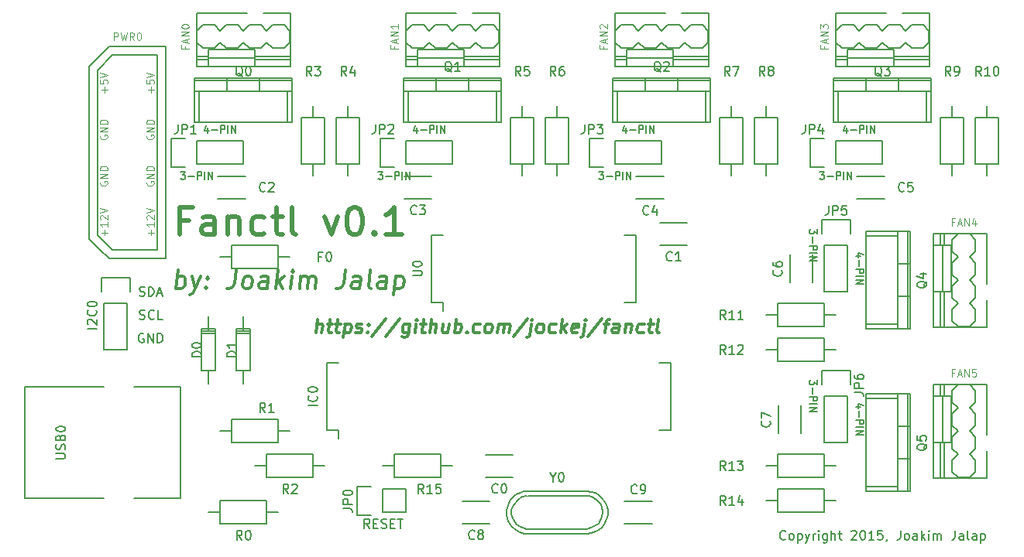
<source format=gbr>
G04 #@! TF.FileFunction,Legend,Top*
%FSLAX46Y46*%
G04 Gerber Fmt 4.6, Leading zero omitted, Abs format (unit mm)*
G04 Created by KiCad (PCBNEW 4.0.1-stable) date Sun 27 Dec 2015 09:02:29 PM CET*
%MOMM*%
G01*
G04 APERTURE LIST*
%ADD10C,0.100000*%
%ADD11C,0.200000*%
%ADD12C,0.300000*%
%ADD13C,0.360000*%
%ADD14C,0.500000*%
%ADD15C,0.150000*%
%ADD16C,0.127000*%
%ADD17C,0.076200*%
G04 APERTURE END LIST*
D10*
D11*
X135454761Y-131167143D02*
X135407142Y-131214762D01*
X135264285Y-131262381D01*
X135169047Y-131262381D01*
X135026189Y-131214762D01*
X134930951Y-131119524D01*
X134883332Y-131024286D01*
X134835713Y-130833810D01*
X134835713Y-130690952D01*
X134883332Y-130500476D01*
X134930951Y-130405238D01*
X135026189Y-130310000D01*
X135169047Y-130262381D01*
X135264285Y-130262381D01*
X135407142Y-130310000D01*
X135454761Y-130357619D01*
X136026189Y-131262381D02*
X135930951Y-131214762D01*
X135883332Y-131167143D01*
X135835713Y-131071905D01*
X135835713Y-130786190D01*
X135883332Y-130690952D01*
X135930951Y-130643333D01*
X136026189Y-130595714D01*
X136169047Y-130595714D01*
X136264285Y-130643333D01*
X136311904Y-130690952D01*
X136359523Y-130786190D01*
X136359523Y-131071905D01*
X136311904Y-131167143D01*
X136264285Y-131214762D01*
X136169047Y-131262381D01*
X136026189Y-131262381D01*
X136788094Y-130595714D02*
X136788094Y-131595714D01*
X136788094Y-130643333D02*
X136883332Y-130595714D01*
X137073809Y-130595714D01*
X137169047Y-130643333D01*
X137216666Y-130690952D01*
X137264285Y-130786190D01*
X137264285Y-131071905D01*
X137216666Y-131167143D01*
X137169047Y-131214762D01*
X137073809Y-131262381D01*
X136883332Y-131262381D01*
X136788094Y-131214762D01*
X137597618Y-130595714D02*
X137835713Y-131262381D01*
X138073809Y-130595714D02*
X137835713Y-131262381D01*
X137740475Y-131500476D01*
X137692856Y-131548095D01*
X137597618Y-131595714D01*
X138454761Y-131262381D02*
X138454761Y-130595714D01*
X138454761Y-130786190D02*
X138502380Y-130690952D01*
X138549999Y-130643333D01*
X138645237Y-130595714D01*
X138740476Y-130595714D01*
X139073809Y-131262381D02*
X139073809Y-130595714D01*
X139073809Y-130262381D02*
X139026190Y-130310000D01*
X139073809Y-130357619D01*
X139121428Y-130310000D01*
X139073809Y-130262381D01*
X139073809Y-130357619D01*
X139978571Y-130595714D02*
X139978571Y-131405238D01*
X139930952Y-131500476D01*
X139883333Y-131548095D01*
X139788094Y-131595714D01*
X139645237Y-131595714D01*
X139549999Y-131548095D01*
X139978571Y-131214762D02*
X139883333Y-131262381D01*
X139692856Y-131262381D01*
X139597618Y-131214762D01*
X139549999Y-131167143D01*
X139502380Y-131071905D01*
X139502380Y-130786190D01*
X139549999Y-130690952D01*
X139597618Y-130643333D01*
X139692856Y-130595714D01*
X139883333Y-130595714D01*
X139978571Y-130643333D01*
X140454761Y-131262381D02*
X140454761Y-130262381D01*
X140883333Y-131262381D02*
X140883333Y-130738571D01*
X140835714Y-130643333D01*
X140740476Y-130595714D01*
X140597618Y-130595714D01*
X140502380Y-130643333D01*
X140454761Y-130690952D01*
X141216666Y-130595714D02*
X141597618Y-130595714D01*
X141359523Y-130262381D02*
X141359523Y-131119524D01*
X141407142Y-131214762D01*
X141502380Y-131262381D01*
X141597618Y-131262381D01*
X142645238Y-130357619D02*
X142692857Y-130310000D01*
X142788095Y-130262381D01*
X143026191Y-130262381D01*
X143121429Y-130310000D01*
X143169048Y-130357619D01*
X143216667Y-130452857D01*
X143216667Y-130548095D01*
X143169048Y-130690952D01*
X142597619Y-131262381D01*
X143216667Y-131262381D01*
X143835714Y-130262381D02*
X143930953Y-130262381D01*
X144026191Y-130310000D01*
X144073810Y-130357619D01*
X144121429Y-130452857D01*
X144169048Y-130643333D01*
X144169048Y-130881429D01*
X144121429Y-131071905D01*
X144073810Y-131167143D01*
X144026191Y-131214762D01*
X143930953Y-131262381D01*
X143835714Y-131262381D01*
X143740476Y-131214762D01*
X143692857Y-131167143D01*
X143645238Y-131071905D01*
X143597619Y-130881429D01*
X143597619Y-130643333D01*
X143645238Y-130452857D01*
X143692857Y-130357619D01*
X143740476Y-130310000D01*
X143835714Y-130262381D01*
X145121429Y-131262381D02*
X144550000Y-131262381D01*
X144835714Y-131262381D02*
X144835714Y-130262381D01*
X144740476Y-130405238D01*
X144645238Y-130500476D01*
X144550000Y-130548095D01*
X146026191Y-130262381D02*
X145550000Y-130262381D01*
X145502381Y-130738571D01*
X145550000Y-130690952D01*
X145645238Y-130643333D01*
X145883334Y-130643333D01*
X145978572Y-130690952D01*
X146026191Y-130738571D01*
X146073810Y-130833810D01*
X146073810Y-131071905D01*
X146026191Y-131167143D01*
X145978572Y-131214762D01*
X145883334Y-131262381D01*
X145645238Y-131262381D01*
X145550000Y-131214762D01*
X145502381Y-131167143D01*
X146550000Y-131214762D02*
X146550000Y-131262381D01*
X146502381Y-131357619D01*
X146454762Y-131405238D01*
X148026191Y-130262381D02*
X148026191Y-130976667D01*
X147978571Y-131119524D01*
X147883333Y-131214762D01*
X147740476Y-131262381D01*
X147645238Y-131262381D01*
X148645238Y-131262381D02*
X148550000Y-131214762D01*
X148502381Y-131167143D01*
X148454762Y-131071905D01*
X148454762Y-130786190D01*
X148502381Y-130690952D01*
X148550000Y-130643333D01*
X148645238Y-130595714D01*
X148788096Y-130595714D01*
X148883334Y-130643333D01*
X148930953Y-130690952D01*
X148978572Y-130786190D01*
X148978572Y-131071905D01*
X148930953Y-131167143D01*
X148883334Y-131214762D01*
X148788096Y-131262381D01*
X148645238Y-131262381D01*
X149835715Y-131262381D02*
X149835715Y-130738571D01*
X149788096Y-130643333D01*
X149692858Y-130595714D01*
X149502381Y-130595714D01*
X149407143Y-130643333D01*
X149835715Y-131214762D02*
X149740477Y-131262381D01*
X149502381Y-131262381D01*
X149407143Y-131214762D01*
X149359524Y-131119524D01*
X149359524Y-131024286D01*
X149407143Y-130929048D01*
X149502381Y-130881429D01*
X149740477Y-130881429D01*
X149835715Y-130833810D01*
X150311905Y-131262381D02*
X150311905Y-130262381D01*
X150407143Y-130881429D02*
X150692858Y-131262381D01*
X150692858Y-130595714D02*
X150311905Y-130976667D01*
X151121429Y-131262381D02*
X151121429Y-130595714D01*
X151121429Y-130262381D02*
X151073810Y-130310000D01*
X151121429Y-130357619D01*
X151169048Y-130310000D01*
X151121429Y-130262381D01*
X151121429Y-130357619D01*
X151597619Y-131262381D02*
X151597619Y-130595714D01*
X151597619Y-130690952D02*
X151645238Y-130643333D01*
X151740476Y-130595714D01*
X151883334Y-130595714D01*
X151978572Y-130643333D01*
X152026191Y-130738571D01*
X152026191Y-131262381D01*
X152026191Y-130738571D02*
X152073810Y-130643333D01*
X152169048Y-130595714D01*
X152311905Y-130595714D01*
X152407143Y-130643333D01*
X152454762Y-130738571D01*
X152454762Y-131262381D01*
X153978572Y-130262381D02*
X153978572Y-130976667D01*
X153930952Y-131119524D01*
X153835714Y-131214762D01*
X153692857Y-131262381D01*
X153597619Y-131262381D01*
X154883334Y-131262381D02*
X154883334Y-130738571D01*
X154835715Y-130643333D01*
X154740477Y-130595714D01*
X154550000Y-130595714D01*
X154454762Y-130643333D01*
X154883334Y-131214762D02*
X154788096Y-131262381D01*
X154550000Y-131262381D01*
X154454762Y-131214762D01*
X154407143Y-131119524D01*
X154407143Y-131024286D01*
X154454762Y-130929048D01*
X154550000Y-130881429D01*
X154788096Y-130881429D01*
X154883334Y-130833810D01*
X155502381Y-131262381D02*
X155407143Y-131214762D01*
X155359524Y-131119524D01*
X155359524Y-130262381D01*
X156311906Y-131262381D02*
X156311906Y-130738571D01*
X156264287Y-130643333D01*
X156169049Y-130595714D01*
X155978572Y-130595714D01*
X155883334Y-130643333D01*
X156311906Y-131214762D02*
X156216668Y-131262381D01*
X155978572Y-131262381D01*
X155883334Y-131214762D01*
X155835715Y-131119524D01*
X155835715Y-131024286D01*
X155883334Y-130929048D01*
X155978572Y-130881429D01*
X156216668Y-130881429D01*
X156311906Y-130833810D01*
X156788096Y-130595714D02*
X156788096Y-131595714D01*
X156788096Y-130643333D02*
X156883334Y-130595714D01*
X157073811Y-130595714D01*
X157169049Y-130643333D01*
X157216668Y-130690952D01*
X157264287Y-130786190D01*
X157264287Y-131071905D01*
X157216668Y-131167143D01*
X157169049Y-131214762D01*
X157073811Y-131262381D01*
X156883334Y-131262381D01*
X156788096Y-131214762D01*
X143681429Y-100247619D02*
X143148095Y-100247619D01*
X143986190Y-100057143D02*
X143414762Y-99866667D01*
X143414762Y-100361905D01*
X143452857Y-100666667D02*
X143452857Y-101276191D01*
X143148095Y-101657143D02*
X143948095Y-101657143D01*
X143948095Y-101961905D01*
X143910000Y-102038096D01*
X143871905Y-102076191D01*
X143795714Y-102114286D01*
X143681429Y-102114286D01*
X143605238Y-102076191D01*
X143567143Y-102038096D01*
X143529048Y-101961905D01*
X143529048Y-101657143D01*
X143148095Y-102457143D02*
X143948095Y-102457143D01*
X143148095Y-102838095D02*
X143948095Y-102838095D01*
X143148095Y-103295238D01*
X143948095Y-103295238D01*
X143681429Y-116757619D02*
X143148095Y-116757619D01*
X143986190Y-116567143D02*
X143414762Y-116376667D01*
X143414762Y-116871905D01*
X143452857Y-117176667D02*
X143452857Y-117786191D01*
X143148095Y-118167143D02*
X143948095Y-118167143D01*
X143948095Y-118471905D01*
X143910000Y-118548096D01*
X143871905Y-118586191D01*
X143795714Y-118624286D01*
X143681429Y-118624286D01*
X143605238Y-118586191D01*
X143567143Y-118548096D01*
X143529048Y-118471905D01*
X143529048Y-118167143D01*
X143148095Y-118967143D02*
X143948095Y-118967143D01*
X143148095Y-119348095D02*
X143948095Y-119348095D01*
X143148095Y-119805238D01*
X143948095Y-119805238D01*
X115068572Y-91001905D02*
X115563810Y-91001905D01*
X115297143Y-91306667D01*
X115411429Y-91306667D01*
X115487619Y-91344762D01*
X115525715Y-91382857D01*
X115563810Y-91459048D01*
X115563810Y-91649524D01*
X115525715Y-91725714D01*
X115487619Y-91763810D01*
X115411429Y-91801905D01*
X115182857Y-91801905D01*
X115106667Y-91763810D01*
X115068572Y-91725714D01*
X115906667Y-91497143D02*
X116516191Y-91497143D01*
X116897143Y-91801905D02*
X116897143Y-91001905D01*
X117201905Y-91001905D01*
X117278096Y-91040000D01*
X117316191Y-91078095D01*
X117354286Y-91154286D01*
X117354286Y-91268571D01*
X117316191Y-91344762D01*
X117278096Y-91382857D01*
X117201905Y-91420952D01*
X116897143Y-91420952D01*
X117697143Y-91801905D02*
X117697143Y-91001905D01*
X118078095Y-91801905D02*
X118078095Y-91001905D01*
X118535238Y-91801905D01*
X118535238Y-91001905D01*
X118027619Y-86188571D02*
X118027619Y-86721905D01*
X117837143Y-85883810D02*
X117646667Y-86455238D01*
X118141905Y-86455238D01*
X118446667Y-86417143D02*
X119056191Y-86417143D01*
X119437143Y-86721905D02*
X119437143Y-85921905D01*
X119741905Y-85921905D01*
X119818096Y-85960000D01*
X119856191Y-85998095D01*
X119894286Y-86074286D01*
X119894286Y-86188571D01*
X119856191Y-86264762D01*
X119818096Y-86302857D01*
X119741905Y-86340952D01*
X119437143Y-86340952D01*
X120237143Y-86721905D02*
X120237143Y-85921905D01*
X120618095Y-86721905D02*
X120618095Y-85921905D01*
X121075238Y-86721905D01*
X121075238Y-85921905D01*
X142157619Y-86188571D02*
X142157619Y-86721905D01*
X141967143Y-85883810D02*
X141776667Y-86455238D01*
X142271905Y-86455238D01*
X142576667Y-86417143D02*
X143186191Y-86417143D01*
X143567143Y-86721905D02*
X143567143Y-85921905D01*
X143871905Y-85921905D01*
X143948096Y-85960000D01*
X143986191Y-85998095D01*
X144024286Y-86074286D01*
X144024286Y-86188571D01*
X143986191Y-86264762D01*
X143948096Y-86302857D01*
X143871905Y-86340952D01*
X143567143Y-86340952D01*
X144367143Y-86721905D02*
X144367143Y-85921905D01*
X144748095Y-86721905D02*
X144748095Y-85921905D01*
X145205238Y-86721905D01*
X145205238Y-85921905D01*
X95167619Y-86188571D02*
X95167619Y-86721905D01*
X94977143Y-85883810D02*
X94786667Y-86455238D01*
X95281905Y-86455238D01*
X95586667Y-86417143D02*
X96196191Y-86417143D01*
X96577143Y-86721905D02*
X96577143Y-85921905D01*
X96881905Y-85921905D01*
X96958096Y-85960000D01*
X96996191Y-85998095D01*
X97034286Y-86074286D01*
X97034286Y-86188571D01*
X96996191Y-86264762D01*
X96958096Y-86302857D01*
X96881905Y-86340952D01*
X96577143Y-86340952D01*
X97377143Y-86721905D02*
X97377143Y-85921905D01*
X97758095Y-86721905D02*
X97758095Y-85921905D01*
X98215238Y-86721905D01*
X98215238Y-85921905D01*
X138868095Y-113798572D02*
X138868095Y-114293810D01*
X138563333Y-114027143D01*
X138563333Y-114141429D01*
X138525238Y-114217619D01*
X138487143Y-114255715D01*
X138410952Y-114293810D01*
X138220476Y-114293810D01*
X138144286Y-114255715D01*
X138106190Y-114217619D01*
X138068095Y-114141429D01*
X138068095Y-113912857D01*
X138106190Y-113836667D01*
X138144286Y-113798572D01*
X138372857Y-114636667D02*
X138372857Y-115246191D01*
X138068095Y-115627143D02*
X138868095Y-115627143D01*
X138868095Y-115931905D01*
X138830000Y-116008096D01*
X138791905Y-116046191D01*
X138715714Y-116084286D01*
X138601429Y-116084286D01*
X138525238Y-116046191D01*
X138487143Y-116008096D01*
X138449048Y-115931905D01*
X138449048Y-115627143D01*
X138068095Y-116427143D02*
X138868095Y-116427143D01*
X138068095Y-116808095D02*
X138868095Y-116808095D01*
X138068095Y-117265238D01*
X138868095Y-117265238D01*
X139198572Y-91001905D02*
X139693810Y-91001905D01*
X139427143Y-91306667D01*
X139541429Y-91306667D01*
X139617619Y-91344762D01*
X139655715Y-91382857D01*
X139693810Y-91459048D01*
X139693810Y-91649524D01*
X139655715Y-91725714D01*
X139617619Y-91763810D01*
X139541429Y-91801905D01*
X139312857Y-91801905D01*
X139236667Y-91763810D01*
X139198572Y-91725714D01*
X140036667Y-91497143D02*
X140646191Y-91497143D01*
X141027143Y-91801905D02*
X141027143Y-91001905D01*
X141331905Y-91001905D01*
X141408096Y-91040000D01*
X141446191Y-91078095D01*
X141484286Y-91154286D01*
X141484286Y-91268571D01*
X141446191Y-91344762D01*
X141408096Y-91382857D01*
X141331905Y-91420952D01*
X141027143Y-91420952D01*
X141827143Y-91801905D02*
X141827143Y-91001905D01*
X142208095Y-91801905D02*
X142208095Y-91001905D01*
X142665238Y-91801905D01*
X142665238Y-91001905D01*
X138868095Y-97288572D02*
X138868095Y-97783810D01*
X138563333Y-97517143D01*
X138563333Y-97631429D01*
X138525238Y-97707619D01*
X138487143Y-97745715D01*
X138410952Y-97783810D01*
X138220476Y-97783810D01*
X138144286Y-97745715D01*
X138106190Y-97707619D01*
X138068095Y-97631429D01*
X138068095Y-97402857D01*
X138106190Y-97326667D01*
X138144286Y-97288572D01*
X138372857Y-98126667D02*
X138372857Y-98736191D01*
X138068095Y-99117143D02*
X138868095Y-99117143D01*
X138868095Y-99421905D01*
X138830000Y-99498096D01*
X138791905Y-99536191D01*
X138715714Y-99574286D01*
X138601429Y-99574286D01*
X138525238Y-99536191D01*
X138487143Y-99498096D01*
X138449048Y-99421905D01*
X138449048Y-99117143D01*
X138068095Y-99917143D02*
X138868095Y-99917143D01*
X138068095Y-100298095D02*
X138868095Y-100298095D01*
X138068095Y-100755238D01*
X138868095Y-100755238D01*
X90938572Y-91001905D02*
X91433810Y-91001905D01*
X91167143Y-91306667D01*
X91281429Y-91306667D01*
X91357619Y-91344762D01*
X91395715Y-91382857D01*
X91433810Y-91459048D01*
X91433810Y-91649524D01*
X91395715Y-91725714D01*
X91357619Y-91763810D01*
X91281429Y-91801905D01*
X91052857Y-91801905D01*
X90976667Y-91763810D01*
X90938572Y-91725714D01*
X91776667Y-91497143D02*
X92386191Y-91497143D01*
X92767143Y-91801905D02*
X92767143Y-91001905D01*
X93071905Y-91001905D01*
X93148096Y-91040000D01*
X93186191Y-91078095D01*
X93224286Y-91154286D01*
X93224286Y-91268571D01*
X93186191Y-91344762D01*
X93148096Y-91382857D01*
X93071905Y-91420952D01*
X92767143Y-91420952D01*
X93567143Y-91801905D02*
X93567143Y-91001905D01*
X93948095Y-91801905D02*
X93948095Y-91001905D01*
X94405238Y-91801905D01*
X94405238Y-91001905D01*
X69348572Y-91001905D02*
X69843810Y-91001905D01*
X69577143Y-91306667D01*
X69691429Y-91306667D01*
X69767619Y-91344762D01*
X69805715Y-91382857D01*
X69843810Y-91459048D01*
X69843810Y-91649524D01*
X69805715Y-91725714D01*
X69767619Y-91763810D01*
X69691429Y-91801905D01*
X69462857Y-91801905D01*
X69386667Y-91763810D01*
X69348572Y-91725714D01*
X70186667Y-91497143D02*
X70796191Y-91497143D01*
X71177143Y-91801905D02*
X71177143Y-91001905D01*
X71481905Y-91001905D01*
X71558096Y-91040000D01*
X71596191Y-91078095D01*
X71634286Y-91154286D01*
X71634286Y-91268571D01*
X71596191Y-91344762D01*
X71558096Y-91382857D01*
X71481905Y-91420952D01*
X71177143Y-91420952D01*
X71977143Y-91801905D02*
X71977143Y-91001905D01*
X72358095Y-91801905D02*
X72358095Y-91001905D01*
X72815238Y-91801905D01*
X72815238Y-91001905D01*
X72307619Y-86188571D02*
X72307619Y-86721905D01*
X72117143Y-85883810D02*
X71926667Y-86455238D01*
X72421905Y-86455238D01*
X72726667Y-86417143D02*
X73336191Y-86417143D01*
X73717143Y-86721905D02*
X73717143Y-85921905D01*
X74021905Y-85921905D01*
X74098096Y-85960000D01*
X74136191Y-85998095D01*
X74174286Y-86074286D01*
X74174286Y-86188571D01*
X74136191Y-86264762D01*
X74098096Y-86302857D01*
X74021905Y-86340952D01*
X73717143Y-86340952D01*
X74517143Y-86721905D02*
X74517143Y-85921905D01*
X74898095Y-86721905D02*
X74898095Y-85921905D01*
X75355238Y-86721905D01*
X75355238Y-85921905D01*
X64825714Y-104544762D02*
X64968571Y-104592381D01*
X65206667Y-104592381D01*
X65301905Y-104544762D01*
X65349524Y-104497143D01*
X65397143Y-104401905D01*
X65397143Y-104306667D01*
X65349524Y-104211429D01*
X65301905Y-104163810D01*
X65206667Y-104116190D01*
X65016190Y-104068571D01*
X64920952Y-104020952D01*
X64873333Y-103973333D01*
X64825714Y-103878095D01*
X64825714Y-103782857D01*
X64873333Y-103687619D01*
X64920952Y-103640000D01*
X65016190Y-103592381D01*
X65254286Y-103592381D01*
X65397143Y-103640000D01*
X65825714Y-104592381D02*
X65825714Y-103592381D01*
X66063809Y-103592381D01*
X66206667Y-103640000D01*
X66301905Y-103735238D01*
X66349524Y-103830476D01*
X66397143Y-104020952D01*
X66397143Y-104163810D01*
X66349524Y-104354286D01*
X66301905Y-104449524D01*
X66206667Y-104544762D01*
X66063809Y-104592381D01*
X65825714Y-104592381D01*
X66778095Y-104306667D02*
X67254286Y-104306667D01*
X66682857Y-104592381D02*
X67016190Y-103592381D01*
X67349524Y-104592381D01*
X65278096Y-108720000D02*
X65182858Y-108672381D01*
X65040001Y-108672381D01*
X64897143Y-108720000D01*
X64801905Y-108815238D01*
X64754286Y-108910476D01*
X64706667Y-109100952D01*
X64706667Y-109243810D01*
X64754286Y-109434286D01*
X64801905Y-109529524D01*
X64897143Y-109624762D01*
X65040001Y-109672381D01*
X65135239Y-109672381D01*
X65278096Y-109624762D01*
X65325715Y-109577143D01*
X65325715Y-109243810D01*
X65135239Y-109243810D01*
X65754286Y-109672381D02*
X65754286Y-108672381D01*
X66325715Y-109672381D01*
X66325715Y-108672381D01*
X66801905Y-109672381D02*
X66801905Y-108672381D01*
X67040000Y-108672381D01*
X67182858Y-108720000D01*
X67278096Y-108815238D01*
X67325715Y-108910476D01*
X67373334Y-109100952D01*
X67373334Y-109243810D01*
X67325715Y-109434286D01*
X67278096Y-109529524D01*
X67182858Y-109624762D01*
X67040000Y-109672381D01*
X66801905Y-109672381D01*
X64849524Y-107084762D02*
X64992381Y-107132381D01*
X65230477Y-107132381D01*
X65325715Y-107084762D01*
X65373334Y-107037143D01*
X65420953Y-106941905D01*
X65420953Y-106846667D01*
X65373334Y-106751429D01*
X65325715Y-106703810D01*
X65230477Y-106656190D01*
X65040000Y-106608571D01*
X64944762Y-106560952D01*
X64897143Y-106513333D01*
X64849524Y-106418095D01*
X64849524Y-106322857D01*
X64897143Y-106227619D01*
X64944762Y-106180000D01*
X65040000Y-106132381D01*
X65278096Y-106132381D01*
X65420953Y-106180000D01*
X66420953Y-107037143D02*
X66373334Y-107084762D01*
X66230477Y-107132381D01*
X66135239Y-107132381D01*
X65992381Y-107084762D01*
X65897143Y-106989524D01*
X65849524Y-106894286D01*
X65801905Y-106703810D01*
X65801905Y-106560952D01*
X65849524Y-106370476D01*
X65897143Y-106275238D01*
X65992381Y-106180000D01*
X66135239Y-106132381D01*
X66230477Y-106132381D01*
X66373334Y-106180000D01*
X66420953Y-106227619D01*
X67325715Y-107132381D02*
X66849524Y-107132381D01*
X66849524Y-106132381D01*
X89987619Y-129992381D02*
X89654285Y-129516190D01*
X89416190Y-129992381D02*
X89416190Y-128992381D01*
X89797143Y-128992381D01*
X89892381Y-129040000D01*
X89940000Y-129087619D01*
X89987619Y-129182857D01*
X89987619Y-129325714D01*
X89940000Y-129420952D01*
X89892381Y-129468571D01*
X89797143Y-129516190D01*
X89416190Y-129516190D01*
X90416190Y-129468571D02*
X90749524Y-129468571D01*
X90892381Y-129992381D02*
X90416190Y-129992381D01*
X90416190Y-128992381D01*
X90892381Y-128992381D01*
X91273333Y-129944762D02*
X91416190Y-129992381D01*
X91654286Y-129992381D01*
X91749524Y-129944762D01*
X91797143Y-129897143D01*
X91844762Y-129801905D01*
X91844762Y-129706667D01*
X91797143Y-129611429D01*
X91749524Y-129563810D01*
X91654286Y-129516190D01*
X91463809Y-129468571D01*
X91368571Y-129420952D01*
X91320952Y-129373333D01*
X91273333Y-129278095D01*
X91273333Y-129182857D01*
X91320952Y-129087619D01*
X91368571Y-129040000D01*
X91463809Y-128992381D01*
X91701905Y-128992381D01*
X91844762Y-129040000D01*
X92273333Y-129468571D02*
X92606667Y-129468571D01*
X92749524Y-129992381D02*
X92273333Y-129992381D01*
X92273333Y-128992381D01*
X92749524Y-128992381D01*
X93035238Y-128992381D02*
X93606667Y-128992381D01*
X93320952Y-129992381D02*
X93320952Y-128992381D01*
D12*
X84106606Y-108628571D02*
X84294106Y-107128571D01*
X84749463Y-108628571D02*
X84847677Y-107842857D01*
X84794105Y-107700000D01*
X84660177Y-107628571D01*
X84445892Y-107628571D01*
X84294105Y-107700000D01*
X84213748Y-107771429D01*
X85374463Y-107628571D02*
X85945892Y-107628571D01*
X85651249Y-107128571D02*
X85490534Y-108414286D01*
X85544105Y-108557143D01*
X85678035Y-108628571D01*
X85820892Y-108628571D01*
X86231606Y-107628571D02*
X86803035Y-107628571D01*
X86508392Y-107128571D02*
X86347677Y-108414286D01*
X86401248Y-108557143D01*
X86535178Y-108628571D01*
X86678035Y-108628571D01*
X87303035Y-107628571D02*
X87115535Y-109128571D01*
X87294106Y-107700000D02*
X87445892Y-107628571D01*
X87731606Y-107628571D01*
X87865534Y-107700000D01*
X87928034Y-107771429D01*
X87981606Y-107914286D01*
X87928035Y-108342857D01*
X87838749Y-108485714D01*
X87758391Y-108557143D01*
X87606606Y-108628571D01*
X87320892Y-108628571D01*
X87186963Y-108557143D01*
X88472677Y-108557143D02*
X88606606Y-108628571D01*
X88892321Y-108628571D01*
X89044106Y-108557143D01*
X89133391Y-108414286D01*
X89142320Y-108342857D01*
X89088749Y-108200000D01*
X88954821Y-108128571D01*
X88740535Y-108128571D01*
X88606606Y-108057143D01*
X88553034Y-107914286D01*
X88561963Y-107842857D01*
X88651249Y-107700000D01*
X88803035Y-107628571D01*
X89017321Y-107628571D01*
X89151249Y-107700000D01*
X89767321Y-108485714D02*
X89829820Y-108557143D01*
X89749464Y-108628571D01*
X89686963Y-108557143D01*
X89767321Y-108485714D01*
X89749464Y-108628571D01*
X89865535Y-107700000D02*
X89928034Y-107771429D01*
X89847678Y-107842857D01*
X89785177Y-107771429D01*
X89865535Y-107700000D01*
X89847678Y-107842857D01*
X91731606Y-107057143D02*
X90204821Y-108985714D01*
X93303035Y-107057143D02*
X91776250Y-108985714D01*
X94374465Y-107628571D02*
X94222679Y-108842857D01*
X94133393Y-108985714D01*
X94053036Y-109057143D01*
X93901251Y-109128571D01*
X93686965Y-109128571D01*
X93553036Y-109057143D01*
X94258393Y-108557143D02*
X94106608Y-108628571D01*
X93820894Y-108628571D01*
X93686964Y-108557143D01*
X93624465Y-108485714D01*
X93570893Y-108342857D01*
X93624464Y-107914286D01*
X93713750Y-107771429D01*
X93794107Y-107700000D01*
X93945894Y-107628571D01*
X94231608Y-107628571D01*
X94365536Y-107700000D01*
X94963751Y-108628571D02*
X95088751Y-107628571D01*
X95151251Y-107128571D02*
X95070893Y-107200000D01*
X95133393Y-107271429D01*
X95213750Y-107200000D01*
X95151251Y-107128571D01*
X95133393Y-107271429D01*
X95588751Y-107628571D02*
X96160180Y-107628571D01*
X95865537Y-107128571D02*
X95704822Y-108414286D01*
X95758393Y-108557143D01*
X95892323Y-108628571D01*
X96035180Y-108628571D01*
X96535180Y-108628571D02*
X96722680Y-107128571D01*
X97178037Y-108628571D02*
X97276251Y-107842857D01*
X97222679Y-107700000D01*
X97088751Y-107628571D01*
X96874466Y-107628571D01*
X96722679Y-107700000D01*
X96642322Y-107771429D01*
X98660180Y-107628571D02*
X98535180Y-108628571D01*
X98017323Y-107628571D02*
X97919108Y-108414286D01*
X97972679Y-108557143D01*
X98106609Y-108628571D01*
X98320894Y-108628571D01*
X98472679Y-108557143D01*
X98553037Y-108485714D01*
X99249466Y-108628571D02*
X99436966Y-107128571D01*
X99365537Y-107700000D02*
X99517323Y-107628571D01*
X99803037Y-107628571D01*
X99936965Y-107700000D01*
X99999465Y-107771429D01*
X100053037Y-107914286D01*
X99999466Y-108342857D01*
X99910180Y-108485714D01*
X99829822Y-108557143D01*
X99678037Y-108628571D01*
X99392323Y-108628571D01*
X99258394Y-108557143D01*
X100624466Y-108485714D02*
X100686965Y-108557143D01*
X100606609Y-108628571D01*
X100544108Y-108557143D01*
X100624466Y-108485714D01*
X100606609Y-108628571D01*
X101972680Y-108557143D02*
X101820895Y-108628571D01*
X101535181Y-108628571D01*
X101401251Y-108557143D01*
X101338752Y-108485714D01*
X101285180Y-108342857D01*
X101338751Y-107914286D01*
X101428037Y-107771429D01*
X101508394Y-107700000D01*
X101660181Y-107628571D01*
X101945895Y-107628571D01*
X102079823Y-107700000D01*
X102820895Y-108628571D02*
X102686965Y-108557143D01*
X102624466Y-108485714D01*
X102570894Y-108342857D01*
X102624465Y-107914286D01*
X102713751Y-107771429D01*
X102794108Y-107700000D01*
X102945895Y-107628571D01*
X103160180Y-107628571D01*
X103294108Y-107700000D01*
X103356608Y-107771429D01*
X103410180Y-107914286D01*
X103356609Y-108342857D01*
X103267323Y-108485714D01*
X103186965Y-108557143D01*
X103035180Y-108628571D01*
X102820895Y-108628571D01*
X103963752Y-108628571D02*
X104088752Y-107628571D01*
X104070894Y-107771429D02*
X104151251Y-107700000D01*
X104303038Y-107628571D01*
X104517323Y-107628571D01*
X104651251Y-107700000D01*
X104704823Y-107842857D01*
X104606609Y-108628571D01*
X104704823Y-107842857D02*
X104794109Y-107700000D01*
X104945895Y-107628571D01*
X105160180Y-107628571D01*
X105294109Y-107700000D01*
X105347680Y-107842857D01*
X105249466Y-108628571D01*
X107231608Y-107057143D02*
X105704823Y-108985714D01*
X107660181Y-107628571D02*
X107499466Y-108914286D01*
X107410180Y-109057143D01*
X107258395Y-109128571D01*
X107186967Y-109128571D01*
X107722681Y-107128571D02*
X107642323Y-107200000D01*
X107704823Y-107271429D01*
X107785180Y-107200000D01*
X107722681Y-107128571D01*
X107704823Y-107271429D01*
X108463753Y-108628571D02*
X108329823Y-108557143D01*
X108267324Y-108485714D01*
X108213752Y-108342857D01*
X108267323Y-107914286D01*
X108356609Y-107771429D01*
X108436966Y-107700000D01*
X108588753Y-107628571D01*
X108803038Y-107628571D01*
X108936966Y-107700000D01*
X108999466Y-107771429D01*
X109053038Y-107914286D01*
X108999467Y-108342857D01*
X108910181Y-108485714D01*
X108829823Y-108557143D01*
X108678038Y-108628571D01*
X108463753Y-108628571D01*
X110258395Y-108557143D02*
X110106610Y-108628571D01*
X109820896Y-108628571D01*
X109686966Y-108557143D01*
X109624467Y-108485714D01*
X109570895Y-108342857D01*
X109624466Y-107914286D01*
X109713752Y-107771429D01*
X109794109Y-107700000D01*
X109945896Y-107628571D01*
X110231610Y-107628571D01*
X110365538Y-107700000D01*
X110892324Y-108628571D02*
X111079824Y-107128571D01*
X111106609Y-108057143D02*
X111463752Y-108628571D01*
X111588752Y-107628571D02*
X110945895Y-108200000D01*
X112686966Y-108557143D02*
X112535181Y-108628571D01*
X112249467Y-108628571D01*
X112115538Y-108557143D01*
X112061966Y-108414286D01*
X112133395Y-107842857D01*
X112222681Y-107700000D01*
X112374467Y-107628571D01*
X112660181Y-107628571D01*
X112794109Y-107700000D01*
X112847681Y-107842857D01*
X112829824Y-107985714D01*
X112097681Y-108128571D01*
X113517324Y-107628571D02*
X113356609Y-108914286D01*
X113267323Y-109057143D01*
X113115538Y-109128571D01*
X113044110Y-109128571D01*
X113579824Y-107128571D02*
X113499466Y-107200000D01*
X113561966Y-107271429D01*
X113642323Y-107200000D01*
X113579824Y-107128571D01*
X113561966Y-107271429D01*
X115374466Y-107057143D02*
X113847681Y-108985714D01*
X115588753Y-107628571D02*
X116160182Y-107628571D01*
X115678039Y-108628571D02*
X115838753Y-107342857D01*
X115928038Y-107200000D01*
X116079825Y-107128571D01*
X116222682Y-107128571D01*
X117178039Y-108628571D02*
X117276253Y-107842857D01*
X117222681Y-107700000D01*
X117088753Y-107628571D01*
X116803039Y-107628571D01*
X116651253Y-107700000D01*
X117186967Y-108557143D02*
X117035182Y-108628571D01*
X116678039Y-108628571D01*
X116544110Y-108557143D01*
X116490538Y-108414286D01*
X116508395Y-108271429D01*
X116597682Y-108128571D01*
X116749467Y-108057143D01*
X117106610Y-108057143D01*
X117258396Y-107985714D01*
X118017325Y-107628571D02*
X117892325Y-108628571D01*
X117999467Y-107771429D02*
X118079824Y-107700000D01*
X118231611Y-107628571D01*
X118445896Y-107628571D01*
X118579824Y-107700000D01*
X118633396Y-107842857D01*
X118535182Y-108628571D01*
X119901253Y-108557143D02*
X119749468Y-108628571D01*
X119463754Y-108628571D01*
X119329824Y-108557143D01*
X119267325Y-108485714D01*
X119213753Y-108342857D01*
X119267324Y-107914286D01*
X119356610Y-107771429D01*
X119436967Y-107700000D01*
X119588754Y-107628571D01*
X119874468Y-107628571D01*
X120008396Y-107700000D01*
X120445896Y-107628571D02*
X121017325Y-107628571D01*
X120722682Y-107128571D02*
X120561967Y-108414286D01*
X120615538Y-108557143D01*
X120749468Y-108628571D01*
X120892325Y-108628571D01*
X121606611Y-108628571D02*
X121472681Y-108557143D01*
X121419110Y-108414286D01*
X121579825Y-107128571D01*
D13*
X68785950Y-103774762D02*
X69035950Y-101774762D01*
X68940712Y-102536667D02*
X69143093Y-102441429D01*
X69524045Y-102441429D01*
X69702617Y-102536667D01*
X69785950Y-102631905D01*
X69857378Y-102822381D01*
X69785950Y-103393810D01*
X69666902Y-103584286D01*
X69559760Y-103679524D01*
X69357379Y-103774762D01*
X68976427Y-103774762D01*
X68797855Y-103679524D01*
X70571664Y-102441429D02*
X70881189Y-103774762D01*
X71524045Y-102441429D02*
X70881189Y-103774762D01*
X70631189Y-104250952D01*
X70524045Y-104346190D01*
X70321664Y-104441429D01*
X72143093Y-103584286D02*
X72226428Y-103679524D01*
X72119284Y-103774762D01*
X72035951Y-103679524D01*
X72143093Y-103584286D01*
X72119284Y-103774762D01*
X72274046Y-102536667D02*
X72357380Y-102631905D01*
X72250236Y-102727143D01*
X72166903Y-102631905D01*
X72274046Y-102536667D01*
X72250236Y-102727143D01*
X75416904Y-101774762D02*
X75238332Y-103203333D01*
X75107380Y-103489048D01*
X74893095Y-103679524D01*
X74595475Y-103774762D01*
X74404999Y-103774762D01*
X76405000Y-103774762D02*
X76226429Y-103679524D01*
X76143094Y-103584286D01*
X76071666Y-103393810D01*
X76143094Y-102822381D01*
X76262142Y-102631905D01*
X76369286Y-102536667D01*
X76571666Y-102441429D01*
X76857380Y-102441429D01*
X77035952Y-102536667D01*
X77119285Y-102631905D01*
X77190713Y-102822381D01*
X77119285Y-103393810D01*
X77000237Y-103584286D01*
X76893095Y-103679524D01*
X76690714Y-103774762D01*
X76405000Y-103774762D01*
X78785952Y-103774762D02*
X78916904Y-102727143D01*
X78845476Y-102536667D01*
X78666904Y-102441429D01*
X78285952Y-102441429D01*
X78083571Y-102536667D01*
X78797857Y-103679524D02*
X78595476Y-103774762D01*
X78119286Y-103774762D01*
X77940714Y-103679524D01*
X77869285Y-103489048D01*
X77893095Y-103298571D01*
X78012142Y-103108095D01*
X78214524Y-103012857D01*
X78690714Y-103012857D01*
X78893095Y-102917619D01*
X79738333Y-103774762D02*
X79988333Y-101774762D01*
X80024048Y-103012857D02*
X80500238Y-103774762D01*
X80666904Y-102441429D02*
X79809761Y-103203333D01*
X81357381Y-103774762D02*
X81524047Y-102441429D01*
X81607381Y-101774762D02*
X81500238Y-101870000D01*
X81583571Y-101965238D01*
X81690715Y-101870000D01*
X81607381Y-101774762D01*
X81583571Y-101965238D01*
X82309762Y-103774762D02*
X82476428Y-102441429D01*
X82452619Y-102631905D02*
X82559763Y-102536667D01*
X82762143Y-102441429D01*
X83047857Y-102441429D01*
X83226429Y-102536667D01*
X83297857Y-102727143D01*
X83166905Y-103774762D01*
X83297857Y-102727143D02*
X83416905Y-102536667D01*
X83619286Y-102441429D01*
X83905000Y-102441429D01*
X84083572Y-102536667D01*
X84155000Y-102727143D01*
X84024048Y-103774762D01*
X87321668Y-101774762D02*
X87143096Y-103203333D01*
X87012144Y-103489048D01*
X86797859Y-103679524D01*
X86500239Y-103774762D01*
X86309763Y-103774762D01*
X88881192Y-103774762D02*
X89012144Y-102727143D01*
X88940716Y-102536667D01*
X88762144Y-102441429D01*
X88381192Y-102441429D01*
X88178811Y-102536667D01*
X88893097Y-103679524D02*
X88690716Y-103774762D01*
X88214526Y-103774762D01*
X88035954Y-103679524D01*
X87964525Y-103489048D01*
X87988335Y-103298571D01*
X88107382Y-103108095D01*
X88309764Y-103012857D01*
X88785954Y-103012857D01*
X88988335Y-102917619D01*
X90119288Y-103774762D02*
X89940717Y-103679524D01*
X89869287Y-103489048D01*
X90083573Y-101774762D01*
X91738335Y-103774762D02*
X91869287Y-102727143D01*
X91797859Y-102536667D01*
X91619287Y-102441429D01*
X91238335Y-102441429D01*
X91035954Y-102536667D01*
X91750240Y-103679524D02*
X91547859Y-103774762D01*
X91071669Y-103774762D01*
X90893097Y-103679524D01*
X90821668Y-103489048D01*
X90845478Y-103298571D01*
X90964525Y-103108095D01*
X91166907Y-103012857D01*
X91643097Y-103012857D01*
X91845478Y-102917619D01*
X92857382Y-102441429D02*
X92607382Y-104441429D01*
X92845478Y-102536667D02*
X93047859Y-102441429D01*
X93428811Y-102441429D01*
X93607383Y-102536667D01*
X93690716Y-102631905D01*
X93762144Y-102822381D01*
X93690716Y-103393810D01*
X93571668Y-103584286D01*
X93464526Y-103679524D01*
X93262145Y-103774762D01*
X92881193Y-103774762D01*
X92702621Y-103679524D01*
D14*
X70208571Y-96305714D02*
X69208571Y-96305714D01*
X69208571Y-97877143D02*
X69208571Y-94877143D01*
X70637142Y-94877143D01*
X73065714Y-97877143D02*
X73065714Y-96305714D01*
X72922857Y-96020000D01*
X72637143Y-95877143D01*
X72065714Y-95877143D01*
X71780000Y-96020000D01*
X73065714Y-97734286D02*
X72780000Y-97877143D01*
X72065714Y-97877143D01*
X71780000Y-97734286D01*
X71637143Y-97448571D01*
X71637143Y-97162857D01*
X71780000Y-96877143D01*
X72065714Y-96734286D01*
X72780000Y-96734286D01*
X73065714Y-96591429D01*
X74494286Y-95877143D02*
X74494286Y-97877143D01*
X74494286Y-96162857D02*
X74637143Y-96020000D01*
X74922857Y-95877143D01*
X75351429Y-95877143D01*
X75637143Y-96020000D01*
X75780000Y-96305714D01*
X75780000Y-97877143D01*
X78494286Y-97734286D02*
X78208572Y-97877143D01*
X77637143Y-97877143D01*
X77351429Y-97734286D01*
X77208572Y-97591429D01*
X77065715Y-97305714D01*
X77065715Y-96448571D01*
X77208572Y-96162857D01*
X77351429Y-96020000D01*
X77637143Y-95877143D01*
X78208572Y-95877143D01*
X78494286Y-96020000D01*
X79351429Y-95877143D02*
X80494286Y-95877143D01*
X79780001Y-94877143D02*
X79780001Y-97448571D01*
X79922858Y-97734286D01*
X80208572Y-97877143D01*
X80494286Y-97877143D01*
X81922858Y-97877143D02*
X81637144Y-97734286D01*
X81494287Y-97448571D01*
X81494287Y-94877143D01*
X85065715Y-95877143D02*
X85780001Y-97877143D01*
X86494287Y-95877143D01*
X88208572Y-94877143D02*
X88494287Y-94877143D01*
X88780001Y-95020000D01*
X88922858Y-95162857D01*
X89065715Y-95448571D01*
X89208572Y-96020000D01*
X89208572Y-96734286D01*
X89065715Y-97305714D01*
X88922858Y-97591429D01*
X88780001Y-97734286D01*
X88494287Y-97877143D01*
X88208572Y-97877143D01*
X87922858Y-97734286D01*
X87780001Y-97591429D01*
X87637144Y-97305714D01*
X87494287Y-96734286D01*
X87494287Y-96020000D01*
X87637144Y-95448571D01*
X87780001Y-95162857D01*
X87922858Y-95020000D01*
X88208572Y-94877143D01*
X90494287Y-97591429D02*
X90637144Y-97734286D01*
X90494287Y-97877143D01*
X90351430Y-97734286D01*
X90494287Y-97591429D01*
X90494287Y-97877143D01*
X93494286Y-97877143D02*
X91780001Y-97877143D01*
X92637143Y-97877143D02*
X92637143Y-94877143D01*
X92351429Y-95305714D01*
X92065715Y-95591429D01*
X91780001Y-95734286D01*
D15*
X71120000Y-90170000D02*
X76200000Y-90170000D01*
X76200000Y-90170000D02*
X76200000Y-87630000D01*
X76200000Y-87630000D02*
X71120000Y-87630000D01*
X68300000Y-87350000D02*
X69850000Y-87350000D01*
X71120000Y-87630000D02*
X71120000Y-90170000D01*
X69850000Y-90450000D02*
X68300000Y-90450000D01*
X68300000Y-90450000D02*
X68300000Y-87350000D01*
X105660000Y-124440000D02*
X102660000Y-124440000D01*
X102660000Y-121940000D02*
X105660000Y-121940000D01*
X124710000Y-99040000D02*
X121710000Y-99040000D01*
X121710000Y-96540000D02*
X124710000Y-96540000D01*
X73410000Y-91460000D02*
X76410000Y-91460000D01*
X76410000Y-93960000D02*
X73410000Y-93960000D01*
X96770000Y-93960000D02*
X93770000Y-93960000D01*
X93770000Y-91460000D02*
X96770000Y-91460000D01*
X119130000Y-91460000D02*
X122130000Y-91460000D01*
X122130000Y-93960000D02*
X119130000Y-93960000D01*
X143260000Y-91460000D02*
X146260000Y-91460000D01*
X146260000Y-93960000D02*
X143260000Y-93960000D01*
X138410000Y-100080000D02*
X138410000Y-103080000D01*
X135910000Y-103080000D02*
X135910000Y-100080000D01*
X137140000Y-116590000D02*
X137140000Y-119590000D01*
X134640000Y-119590000D02*
X134640000Y-116590000D01*
X103120000Y-129520000D02*
X100120000Y-129520000D01*
X100120000Y-127020000D02*
X103120000Y-127020000D01*
X117860000Y-127020000D02*
X120860000Y-127020000D01*
X120860000Y-129520000D02*
X117860000Y-129520000D01*
D16*
X81300000Y-73660000D02*
X78340000Y-73660000D01*
X71100000Y-73660000D02*
X76600000Y-73660000D01*
X72390000Y-78550000D02*
X77470000Y-78550000D01*
X77470000Y-78340000D02*
X81300000Y-78340000D01*
X71100000Y-78340000D02*
X72390000Y-78340000D01*
X77470000Y-78740000D02*
X81300000Y-78740000D01*
X71100000Y-78740000D02*
X72390000Y-78740000D01*
X72390000Y-77605000D02*
X72390000Y-79500000D01*
X77470000Y-77605000D02*
X77470000Y-79500000D01*
X72390000Y-77605000D02*
X77470000Y-77605000D01*
X71100000Y-73660000D02*
X71100000Y-79500000D01*
X71100000Y-79500000D02*
X81300000Y-79500000D01*
X81300000Y-79500000D02*
X81300000Y-73660000D01*
X78740000Y-75565000D02*
X79375000Y-74930000D01*
X79375000Y-74930000D02*
X80645000Y-74930000D01*
X80645000Y-74930000D02*
X81280000Y-75565000D01*
X81280000Y-75565000D02*
X81280000Y-76835000D01*
X81280000Y-76835000D02*
X80645000Y-77470000D01*
X80645000Y-77470000D02*
X79375000Y-77470000D01*
X79375000Y-77470000D02*
X78740000Y-76835000D01*
X73660000Y-75565000D02*
X74295000Y-74930000D01*
X74295000Y-74930000D02*
X75565000Y-74930000D01*
X75565000Y-74930000D02*
X76200000Y-75565000D01*
X76200000Y-75565000D02*
X76835000Y-74930000D01*
X76835000Y-74930000D02*
X78105000Y-74930000D01*
X78105000Y-74930000D02*
X78740000Y-75565000D01*
X78740000Y-76835000D02*
X78105000Y-77470000D01*
X78105000Y-77470000D02*
X76835000Y-77470000D01*
X76835000Y-77470000D02*
X76200000Y-76835000D01*
X76200000Y-76835000D02*
X75565000Y-77470000D01*
X75565000Y-77470000D02*
X74295000Y-77470000D01*
X74295000Y-77470000D02*
X73660000Y-76835000D01*
X71120000Y-75565000D02*
X71755000Y-74930000D01*
X71755000Y-74930000D02*
X73025000Y-74930000D01*
X73025000Y-74930000D02*
X73660000Y-75565000D01*
X73660000Y-76835000D02*
X73025000Y-77470000D01*
X73025000Y-77470000D02*
X71755000Y-77470000D01*
X71755000Y-77470000D02*
X71120000Y-76835000D01*
X71120000Y-76835000D02*
X71120000Y-75565000D01*
X104160000Y-73660000D02*
X101200000Y-73660000D01*
X93960000Y-73660000D02*
X99460000Y-73660000D01*
X95250000Y-78550000D02*
X100330000Y-78550000D01*
X100330000Y-78340000D02*
X104160000Y-78340000D01*
X93960000Y-78340000D02*
X95250000Y-78340000D01*
X100330000Y-78740000D02*
X104160000Y-78740000D01*
X93960000Y-78740000D02*
X95250000Y-78740000D01*
X95250000Y-77605000D02*
X95250000Y-79500000D01*
X100330000Y-77605000D02*
X100330000Y-79500000D01*
X95250000Y-77605000D02*
X100330000Y-77605000D01*
X93960000Y-73660000D02*
X93960000Y-79500000D01*
X93960000Y-79500000D02*
X104160000Y-79500000D01*
X104160000Y-79500000D02*
X104160000Y-73660000D01*
X101600000Y-75565000D02*
X102235000Y-74930000D01*
X102235000Y-74930000D02*
X103505000Y-74930000D01*
X103505000Y-74930000D02*
X104140000Y-75565000D01*
X104140000Y-75565000D02*
X104140000Y-76835000D01*
X104140000Y-76835000D02*
X103505000Y-77470000D01*
X103505000Y-77470000D02*
X102235000Y-77470000D01*
X102235000Y-77470000D02*
X101600000Y-76835000D01*
X96520000Y-75565000D02*
X97155000Y-74930000D01*
X97155000Y-74930000D02*
X98425000Y-74930000D01*
X98425000Y-74930000D02*
X99060000Y-75565000D01*
X99060000Y-75565000D02*
X99695000Y-74930000D01*
X99695000Y-74930000D02*
X100965000Y-74930000D01*
X100965000Y-74930000D02*
X101600000Y-75565000D01*
X101600000Y-76835000D02*
X100965000Y-77470000D01*
X100965000Y-77470000D02*
X99695000Y-77470000D01*
X99695000Y-77470000D02*
X99060000Y-76835000D01*
X99060000Y-76835000D02*
X98425000Y-77470000D01*
X98425000Y-77470000D02*
X97155000Y-77470000D01*
X97155000Y-77470000D02*
X96520000Y-76835000D01*
X93980000Y-75565000D02*
X94615000Y-74930000D01*
X94615000Y-74930000D02*
X95885000Y-74930000D01*
X95885000Y-74930000D02*
X96520000Y-75565000D01*
X96520000Y-76835000D02*
X95885000Y-77470000D01*
X95885000Y-77470000D02*
X94615000Y-77470000D01*
X94615000Y-77470000D02*
X93980000Y-76835000D01*
X93980000Y-76835000D02*
X93980000Y-75565000D01*
X127020000Y-73660000D02*
X124060000Y-73660000D01*
X116820000Y-73660000D02*
X122320000Y-73660000D01*
X118110000Y-78550000D02*
X123190000Y-78550000D01*
X123190000Y-78340000D02*
X127020000Y-78340000D01*
X116820000Y-78340000D02*
X118110000Y-78340000D01*
X123190000Y-78740000D02*
X127020000Y-78740000D01*
X116820000Y-78740000D02*
X118110000Y-78740000D01*
X118110000Y-77605000D02*
X118110000Y-79500000D01*
X123190000Y-77605000D02*
X123190000Y-79500000D01*
X118110000Y-77605000D02*
X123190000Y-77605000D01*
X116820000Y-73660000D02*
X116820000Y-79500000D01*
X116820000Y-79500000D02*
X127020000Y-79500000D01*
X127020000Y-79500000D02*
X127020000Y-73660000D01*
X124460000Y-75565000D02*
X125095000Y-74930000D01*
X125095000Y-74930000D02*
X126365000Y-74930000D01*
X126365000Y-74930000D02*
X127000000Y-75565000D01*
X127000000Y-75565000D02*
X127000000Y-76835000D01*
X127000000Y-76835000D02*
X126365000Y-77470000D01*
X126365000Y-77470000D02*
X125095000Y-77470000D01*
X125095000Y-77470000D02*
X124460000Y-76835000D01*
X119380000Y-75565000D02*
X120015000Y-74930000D01*
X120015000Y-74930000D02*
X121285000Y-74930000D01*
X121285000Y-74930000D02*
X121920000Y-75565000D01*
X121920000Y-75565000D02*
X122555000Y-74930000D01*
X122555000Y-74930000D02*
X123825000Y-74930000D01*
X123825000Y-74930000D02*
X124460000Y-75565000D01*
X124460000Y-76835000D02*
X123825000Y-77470000D01*
X123825000Y-77470000D02*
X122555000Y-77470000D01*
X122555000Y-77470000D02*
X121920000Y-76835000D01*
X121920000Y-76835000D02*
X121285000Y-77470000D01*
X121285000Y-77470000D02*
X120015000Y-77470000D01*
X120015000Y-77470000D02*
X119380000Y-76835000D01*
X116840000Y-75565000D02*
X117475000Y-74930000D01*
X117475000Y-74930000D02*
X118745000Y-74930000D01*
X118745000Y-74930000D02*
X119380000Y-75565000D01*
X119380000Y-76835000D02*
X118745000Y-77470000D01*
X118745000Y-77470000D02*
X117475000Y-77470000D01*
X117475000Y-77470000D02*
X116840000Y-76835000D01*
X116840000Y-76835000D02*
X116840000Y-75565000D01*
X151150000Y-73660000D02*
X148190000Y-73660000D01*
X140950000Y-73660000D02*
X146450000Y-73660000D01*
X142240000Y-78550000D02*
X147320000Y-78550000D01*
X147320000Y-78340000D02*
X151150000Y-78340000D01*
X140950000Y-78340000D02*
X142240000Y-78340000D01*
X147320000Y-78740000D02*
X151150000Y-78740000D01*
X140950000Y-78740000D02*
X142240000Y-78740000D01*
X142240000Y-77605000D02*
X142240000Y-79500000D01*
X147320000Y-77605000D02*
X147320000Y-79500000D01*
X142240000Y-77605000D02*
X147320000Y-77605000D01*
X140950000Y-73660000D02*
X140950000Y-79500000D01*
X140950000Y-79500000D02*
X151150000Y-79500000D01*
X151150000Y-79500000D02*
X151150000Y-73660000D01*
X148590000Y-75565000D02*
X149225000Y-74930000D01*
X149225000Y-74930000D02*
X150495000Y-74930000D01*
X150495000Y-74930000D02*
X151130000Y-75565000D01*
X151130000Y-75565000D02*
X151130000Y-76835000D01*
X151130000Y-76835000D02*
X150495000Y-77470000D01*
X150495000Y-77470000D02*
X149225000Y-77470000D01*
X149225000Y-77470000D02*
X148590000Y-76835000D01*
X143510000Y-75565000D02*
X144145000Y-74930000D01*
X144145000Y-74930000D02*
X145415000Y-74930000D01*
X145415000Y-74930000D02*
X146050000Y-75565000D01*
X146050000Y-75565000D02*
X146685000Y-74930000D01*
X146685000Y-74930000D02*
X147955000Y-74930000D01*
X147955000Y-74930000D02*
X148590000Y-75565000D01*
X148590000Y-76835000D02*
X147955000Y-77470000D01*
X147955000Y-77470000D02*
X146685000Y-77470000D01*
X146685000Y-77470000D02*
X146050000Y-76835000D01*
X146050000Y-76835000D02*
X145415000Y-77470000D01*
X145415000Y-77470000D02*
X144145000Y-77470000D01*
X144145000Y-77470000D02*
X143510000Y-76835000D01*
X140970000Y-75565000D02*
X141605000Y-74930000D01*
X141605000Y-74930000D02*
X142875000Y-74930000D01*
X142875000Y-74930000D02*
X143510000Y-75565000D01*
X143510000Y-76835000D02*
X142875000Y-77470000D01*
X142875000Y-77470000D02*
X141605000Y-77470000D01*
X141605000Y-77470000D02*
X140970000Y-76835000D01*
X140970000Y-76835000D02*
X140970000Y-75565000D01*
X157480000Y-107970000D02*
X157480000Y-105010000D01*
X157480000Y-97770000D02*
X157480000Y-103270000D01*
X152590000Y-99060000D02*
X152590000Y-104140000D01*
X152800000Y-104140000D02*
X152800000Y-107970000D01*
X152800000Y-97770000D02*
X152800000Y-99060000D01*
X152400000Y-104140000D02*
X152400000Y-107970000D01*
X152400000Y-97770000D02*
X152400000Y-99060000D01*
X153535000Y-99060000D02*
X151640000Y-99060000D01*
X153535000Y-104140000D02*
X151640000Y-104140000D01*
X153535000Y-99060000D02*
X153535000Y-104140000D01*
X157480000Y-97770000D02*
X151640000Y-97770000D01*
X151640000Y-97770000D02*
X151640000Y-107970000D01*
X151640000Y-107970000D02*
X157480000Y-107970000D01*
X155575000Y-105410000D02*
X156210000Y-106045000D01*
X156210000Y-106045000D02*
X156210000Y-107315000D01*
X156210000Y-107315000D02*
X155575000Y-107950000D01*
X155575000Y-107950000D02*
X154305000Y-107950000D01*
X154305000Y-107950000D02*
X153670000Y-107315000D01*
X153670000Y-107315000D02*
X153670000Y-106045000D01*
X153670000Y-106045000D02*
X154305000Y-105410000D01*
X155575000Y-100330000D02*
X156210000Y-100965000D01*
X156210000Y-100965000D02*
X156210000Y-102235000D01*
X156210000Y-102235000D02*
X155575000Y-102870000D01*
X155575000Y-102870000D02*
X156210000Y-103505000D01*
X156210000Y-103505000D02*
X156210000Y-104775000D01*
X156210000Y-104775000D02*
X155575000Y-105410000D01*
X154305000Y-105410000D02*
X153670000Y-104775000D01*
X153670000Y-104775000D02*
X153670000Y-103505000D01*
X153670000Y-103505000D02*
X154305000Y-102870000D01*
X154305000Y-102870000D02*
X153670000Y-102235000D01*
X153670000Y-102235000D02*
X153670000Y-100965000D01*
X153670000Y-100965000D02*
X154305000Y-100330000D01*
X155575000Y-97790000D02*
X156210000Y-98425000D01*
X156210000Y-98425000D02*
X156210000Y-99695000D01*
X156210000Y-99695000D02*
X155575000Y-100330000D01*
X154305000Y-100330000D02*
X153670000Y-99695000D01*
X153670000Y-99695000D02*
X153670000Y-98425000D01*
X153670000Y-98425000D02*
X154305000Y-97790000D01*
X154305000Y-97790000D02*
X155575000Y-97790000D01*
X157480000Y-124480000D02*
X157480000Y-121520000D01*
X157480000Y-114280000D02*
X157480000Y-119780000D01*
X152590000Y-115570000D02*
X152590000Y-120650000D01*
X152800000Y-120650000D02*
X152800000Y-124480000D01*
X152800000Y-114280000D02*
X152800000Y-115570000D01*
X152400000Y-120650000D02*
X152400000Y-124480000D01*
X152400000Y-114280000D02*
X152400000Y-115570000D01*
X153535000Y-115570000D02*
X151640000Y-115570000D01*
X153535000Y-120650000D02*
X151640000Y-120650000D01*
X153535000Y-115570000D02*
X153535000Y-120650000D01*
X157480000Y-114280000D02*
X151640000Y-114280000D01*
X151640000Y-114280000D02*
X151640000Y-124480000D01*
X151640000Y-124480000D02*
X157480000Y-124480000D01*
X155575000Y-121920000D02*
X156210000Y-122555000D01*
X156210000Y-122555000D02*
X156210000Y-123825000D01*
X156210000Y-123825000D02*
X155575000Y-124460000D01*
X155575000Y-124460000D02*
X154305000Y-124460000D01*
X154305000Y-124460000D02*
X153670000Y-123825000D01*
X153670000Y-123825000D02*
X153670000Y-122555000D01*
X153670000Y-122555000D02*
X154305000Y-121920000D01*
X155575000Y-116840000D02*
X156210000Y-117475000D01*
X156210000Y-117475000D02*
X156210000Y-118745000D01*
X156210000Y-118745000D02*
X155575000Y-119380000D01*
X155575000Y-119380000D02*
X156210000Y-120015000D01*
X156210000Y-120015000D02*
X156210000Y-121285000D01*
X156210000Y-121285000D02*
X155575000Y-121920000D01*
X154305000Y-121920000D02*
X153670000Y-121285000D01*
X153670000Y-121285000D02*
X153670000Y-120015000D01*
X153670000Y-120015000D02*
X154305000Y-119380000D01*
X154305000Y-119380000D02*
X153670000Y-118745000D01*
X153670000Y-118745000D02*
X153670000Y-117475000D01*
X153670000Y-117475000D02*
X154305000Y-116840000D01*
X155575000Y-114300000D02*
X156210000Y-114935000D01*
X156210000Y-114935000D02*
X156210000Y-116205000D01*
X156210000Y-116205000D02*
X155575000Y-116840000D01*
X154305000Y-116840000D02*
X153670000Y-116205000D01*
X153670000Y-116205000D02*
X153670000Y-114935000D01*
X153670000Y-114935000D02*
X154305000Y-114300000D01*
X154305000Y-114300000D02*
X155575000Y-114300000D01*
D15*
X91440000Y-125730000D02*
X93980000Y-125730000D01*
X88620000Y-125450000D02*
X90170000Y-125450000D01*
X91440000Y-125730000D02*
X91440000Y-128270000D01*
X90170000Y-128550000D02*
X88620000Y-128550000D01*
X88620000Y-128550000D02*
X88620000Y-125450000D01*
X91440000Y-128270000D02*
X93980000Y-128270000D01*
X93980000Y-128270000D02*
X93980000Y-125730000D01*
X93980000Y-90170000D02*
X99060000Y-90170000D01*
X99060000Y-90170000D02*
X99060000Y-87630000D01*
X99060000Y-87630000D02*
X93980000Y-87630000D01*
X91160000Y-87350000D02*
X92710000Y-87350000D01*
X93980000Y-87630000D02*
X93980000Y-90170000D01*
X92710000Y-90450000D02*
X91160000Y-90450000D01*
X91160000Y-90450000D02*
X91160000Y-87350000D01*
X116840000Y-90170000D02*
X121920000Y-90170000D01*
X121920000Y-90170000D02*
X121920000Y-87630000D01*
X121920000Y-87630000D02*
X116840000Y-87630000D01*
X114020000Y-87350000D02*
X115570000Y-87350000D01*
X116840000Y-87630000D02*
X116840000Y-90170000D01*
X115570000Y-90450000D02*
X114020000Y-90450000D01*
X114020000Y-90450000D02*
X114020000Y-87350000D01*
X140970000Y-90170000D02*
X146050000Y-90170000D01*
X146050000Y-90170000D02*
X146050000Y-87630000D01*
X146050000Y-87630000D02*
X140970000Y-87630000D01*
X138150000Y-87350000D02*
X139700000Y-87350000D01*
X140970000Y-87630000D02*
X140970000Y-90170000D01*
X139700000Y-90450000D02*
X138150000Y-90450000D01*
X138150000Y-90450000D02*
X138150000Y-87350000D01*
X139700000Y-99060000D02*
X139700000Y-104140000D01*
X139700000Y-104140000D02*
X142240000Y-104140000D01*
X142240000Y-104140000D02*
X142240000Y-99060000D01*
X142520000Y-96240000D02*
X142520000Y-97790000D01*
X142240000Y-99060000D02*
X139700000Y-99060000D01*
X139420000Y-97790000D02*
X139420000Y-96240000D01*
X139420000Y-96240000D02*
X142520000Y-96240000D01*
X139700000Y-115570000D02*
X139700000Y-120650000D01*
X139700000Y-120650000D02*
X142240000Y-120650000D01*
X142240000Y-120650000D02*
X142240000Y-115570000D01*
X142520000Y-112750000D02*
X142520000Y-114300000D01*
X142240000Y-115570000D02*
X139700000Y-115570000D01*
X139420000Y-114300000D02*
X139420000Y-112750000D01*
X139420000Y-112750000D02*
X142520000Y-112750000D01*
D16*
X61493400Y-77292200D02*
X67691000Y-77292200D01*
X61493400Y-100507800D02*
X67691000Y-100507800D01*
X59309000Y-79476600D02*
X59309000Y-98323400D01*
X60401200Y-78384400D02*
X59309000Y-79476600D01*
X60401200Y-78384400D02*
X61493400Y-77292200D01*
X60401200Y-99415600D02*
X59309000Y-98323400D01*
X60401200Y-99415600D02*
X61493400Y-100507800D01*
X66751200Y-78232000D02*
X61874400Y-78232000D01*
X60248800Y-97942400D02*
X60248800Y-79857600D01*
X66751200Y-99568000D02*
X61874400Y-99568000D01*
X61874400Y-78232000D02*
X60248800Y-79857600D01*
X61874400Y-99568000D02*
X60248800Y-97942400D01*
X67691000Y-88900000D02*
X67691000Y-100507800D01*
X67691000Y-77292200D02*
X67691000Y-88900000D01*
X66751200Y-88900000D02*
X66751200Y-99568000D01*
X66751200Y-78232000D02*
X66751200Y-88900000D01*
D15*
X81026000Y-82169000D02*
X81026000Y-85598000D01*
X71374000Y-82169000D02*
X71374000Y-85598000D01*
X81534000Y-81026000D02*
X70866000Y-81026000D01*
X77978000Y-82042000D02*
X77978000Y-80772000D01*
X74422000Y-82042000D02*
X74422000Y-80772000D01*
X70866000Y-82169000D02*
X81534000Y-82169000D01*
X81534000Y-85598000D02*
X70866000Y-85598000D01*
X70866000Y-80772000D02*
X70866000Y-85598000D01*
X81534000Y-80772000D02*
X81534000Y-85598000D01*
X81534000Y-80772000D02*
X70866000Y-80772000D01*
X103886000Y-82169000D02*
X103886000Y-85598000D01*
X94234000Y-82169000D02*
X94234000Y-85598000D01*
X104394000Y-81026000D02*
X93726000Y-81026000D01*
X100838000Y-82042000D02*
X100838000Y-80772000D01*
X97282000Y-82042000D02*
X97282000Y-80772000D01*
X93726000Y-82169000D02*
X104394000Y-82169000D01*
X104394000Y-85598000D02*
X93726000Y-85598000D01*
X93726000Y-80772000D02*
X93726000Y-85598000D01*
X104394000Y-80772000D02*
X104394000Y-85598000D01*
X104394000Y-80772000D02*
X93726000Y-80772000D01*
X126746000Y-82169000D02*
X126746000Y-85598000D01*
X117094000Y-82169000D02*
X117094000Y-85598000D01*
X127254000Y-81026000D02*
X116586000Y-81026000D01*
X123698000Y-82042000D02*
X123698000Y-80772000D01*
X120142000Y-82042000D02*
X120142000Y-80772000D01*
X116586000Y-82169000D02*
X127254000Y-82169000D01*
X127254000Y-85598000D02*
X116586000Y-85598000D01*
X116586000Y-80772000D02*
X116586000Y-85598000D01*
X127254000Y-80772000D02*
X127254000Y-85598000D01*
X127254000Y-80772000D02*
X116586000Y-80772000D01*
X150876000Y-82169000D02*
X150876000Y-85598000D01*
X141224000Y-82169000D02*
X141224000Y-85598000D01*
X151384000Y-81026000D02*
X140716000Y-81026000D01*
X147828000Y-82042000D02*
X147828000Y-80772000D01*
X144272000Y-82042000D02*
X144272000Y-80772000D01*
X140716000Y-82169000D02*
X151384000Y-82169000D01*
X151384000Y-85598000D02*
X140716000Y-85598000D01*
X140716000Y-80772000D02*
X140716000Y-85598000D01*
X151384000Y-80772000D02*
X151384000Y-85598000D01*
X151384000Y-80772000D02*
X140716000Y-80772000D01*
X147701000Y-107696000D02*
X144272000Y-107696000D01*
X147701000Y-98044000D02*
X144272000Y-98044000D01*
X148844000Y-108204000D02*
X148844000Y-97536000D01*
X147828000Y-104648000D02*
X149098000Y-104648000D01*
X147828000Y-101092000D02*
X149098000Y-101092000D01*
X147701000Y-97536000D02*
X147701000Y-108204000D01*
X144272000Y-108204000D02*
X144272000Y-97536000D01*
X149098000Y-97536000D02*
X144272000Y-97536000D01*
X149098000Y-108204000D02*
X144272000Y-108204000D01*
X149098000Y-108204000D02*
X149098000Y-97536000D01*
X147701000Y-125476000D02*
X144272000Y-125476000D01*
X147701000Y-115824000D02*
X144272000Y-115824000D01*
X148844000Y-125984000D02*
X148844000Y-115316000D01*
X147828000Y-122428000D02*
X149098000Y-122428000D01*
X147828000Y-118872000D02*
X149098000Y-118872000D01*
X147701000Y-115316000D02*
X147701000Y-125984000D01*
X144272000Y-125984000D02*
X144272000Y-115316000D01*
X149098000Y-115316000D02*
X144272000Y-115316000D01*
X149098000Y-125984000D02*
X144272000Y-125984000D01*
X149098000Y-125984000D02*
X149098000Y-115316000D01*
X78740000Y-129540000D02*
X73660000Y-129540000D01*
X73660000Y-129540000D02*
X73660000Y-127000000D01*
X73660000Y-127000000D02*
X78740000Y-127000000D01*
X78740000Y-127000000D02*
X78740000Y-129540000D01*
X78740000Y-128270000D02*
X80010000Y-128270000D01*
X73660000Y-128270000D02*
X72390000Y-128270000D01*
X80010000Y-120650000D02*
X74930000Y-120650000D01*
X74930000Y-120650000D02*
X74930000Y-118110000D01*
X74930000Y-118110000D02*
X80010000Y-118110000D01*
X80010000Y-118110000D02*
X80010000Y-120650000D01*
X80010000Y-119380000D02*
X81280000Y-119380000D01*
X74930000Y-119380000D02*
X73660000Y-119380000D01*
X83820000Y-124460000D02*
X78740000Y-124460000D01*
X78740000Y-124460000D02*
X78740000Y-121920000D01*
X78740000Y-121920000D02*
X83820000Y-121920000D01*
X83820000Y-121920000D02*
X83820000Y-124460000D01*
X83820000Y-123190000D02*
X85090000Y-123190000D01*
X78740000Y-123190000D02*
X77470000Y-123190000D01*
X85090000Y-85090000D02*
X85090000Y-90170000D01*
X85090000Y-90170000D02*
X82550000Y-90170000D01*
X82550000Y-90170000D02*
X82550000Y-85090000D01*
X82550000Y-85090000D02*
X85090000Y-85090000D01*
X83820000Y-85090000D02*
X83820000Y-83820000D01*
X83820000Y-90170000D02*
X83820000Y-91440000D01*
X88900000Y-85090000D02*
X88900000Y-90170000D01*
X88900000Y-90170000D02*
X86360000Y-90170000D01*
X86360000Y-90170000D02*
X86360000Y-85090000D01*
X86360000Y-85090000D02*
X88900000Y-85090000D01*
X87630000Y-85090000D02*
X87630000Y-83820000D01*
X87630000Y-90170000D02*
X87630000Y-91440000D01*
X107950000Y-85090000D02*
X107950000Y-90170000D01*
X107950000Y-90170000D02*
X105410000Y-90170000D01*
X105410000Y-90170000D02*
X105410000Y-85090000D01*
X105410000Y-85090000D02*
X107950000Y-85090000D01*
X106680000Y-85090000D02*
X106680000Y-83820000D01*
X106680000Y-90170000D02*
X106680000Y-91440000D01*
X111760000Y-85090000D02*
X111760000Y-90170000D01*
X111760000Y-90170000D02*
X109220000Y-90170000D01*
X109220000Y-90170000D02*
X109220000Y-85090000D01*
X109220000Y-85090000D02*
X111760000Y-85090000D01*
X110490000Y-85090000D02*
X110490000Y-83820000D01*
X110490000Y-90170000D02*
X110490000Y-91440000D01*
X130810000Y-85090000D02*
X130810000Y-90170000D01*
X130810000Y-90170000D02*
X128270000Y-90170000D01*
X128270000Y-90170000D02*
X128270000Y-85090000D01*
X128270000Y-85090000D02*
X130810000Y-85090000D01*
X129540000Y-85090000D02*
X129540000Y-83820000D01*
X129540000Y-90170000D02*
X129540000Y-91440000D01*
X134620000Y-85090000D02*
X134620000Y-90170000D01*
X134620000Y-90170000D02*
X132080000Y-90170000D01*
X132080000Y-90170000D02*
X132080000Y-85090000D01*
X132080000Y-85090000D02*
X134620000Y-85090000D01*
X133350000Y-85090000D02*
X133350000Y-83820000D01*
X133350000Y-90170000D02*
X133350000Y-91440000D01*
X154940000Y-85090000D02*
X154940000Y-90170000D01*
X154940000Y-90170000D02*
X152400000Y-90170000D01*
X152400000Y-90170000D02*
X152400000Y-85090000D01*
X152400000Y-85090000D02*
X154940000Y-85090000D01*
X153670000Y-85090000D02*
X153670000Y-83820000D01*
X153670000Y-90170000D02*
X153670000Y-91440000D01*
X158750000Y-85090000D02*
X158750000Y-90170000D01*
X158750000Y-90170000D02*
X156210000Y-90170000D01*
X156210000Y-90170000D02*
X156210000Y-85090000D01*
X156210000Y-85090000D02*
X158750000Y-85090000D01*
X157480000Y-85090000D02*
X157480000Y-83820000D01*
X157480000Y-90170000D02*
X157480000Y-91440000D01*
X139700000Y-107950000D02*
X134620000Y-107950000D01*
X134620000Y-107950000D02*
X134620000Y-105410000D01*
X134620000Y-105410000D02*
X139700000Y-105410000D01*
X139700000Y-105410000D02*
X139700000Y-107950000D01*
X139700000Y-106680000D02*
X140970000Y-106680000D01*
X134620000Y-106680000D02*
X133350000Y-106680000D01*
X139700000Y-111760000D02*
X134620000Y-111760000D01*
X134620000Y-111760000D02*
X134620000Y-109220000D01*
X134620000Y-109220000D02*
X139700000Y-109220000D01*
X139700000Y-109220000D02*
X139700000Y-111760000D01*
X139700000Y-110490000D02*
X140970000Y-110490000D01*
X134620000Y-110490000D02*
X133350000Y-110490000D01*
X139700000Y-124460000D02*
X134620000Y-124460000D01*
X134620000Y-124460000D02*
X134620000Y-121920000D01*
X134620000Y-121920000D02*
X139700000Y-121920000D01*
X139700000Y-121920000D02*
X139700000Y-124460000D01*
X139700000Y-123190000D02*
X140970000Y-123190000D01*
X134620000Y-123190000D02*
X133350000Y-123190000D01*
X139700000Y-128270000D02*
X134620000Y-128270000D01*
X134620000Y-128270000D02*
X134620000Y-125730000D01*
X134620000Y-125730000D02*
X139700000Y-125730000D01*
X139700000Y-125730000D02*
X139700000Y-128270000D01*
X139700000Y-127000000D02*
X140970000Y-127000000D01*
X134620000Y-127000000D02*
X133350000Y-127000000D01*
X97790000Y-124460000D02*
X92710000Y-124460000D01*
X92710000Y-124460000D02*
X92710000Y-121920000D01*
X92710000Y-121920000D02*
X97790000Y-121920000D01*
X97790000Y-121920000D02*
X97790000Y-124460000D01*
X97790000Y-123190000D02*
X99060000Y-123190000D01*
X92710000Y-123190000D02*
X91440000Y-123190000D01*
X96765000Y-105275000D02*
X98035000Y-105275000D01*
X96765000Y-97925000D02*
X98035000Y-97925000D01*
X119135000Y-97925000D02*
X117865000Y-97925000D01*
X119135000Y-105275000D02*
X117865000Y-105275000D01*
X96765000Y-105275000D02*
X96765000Y-97925000D01*
X119135000Y-105275000D02*
X119135000Y-97925000D01*
X98035000Y-105275000D02*
X98035000Y-106210000D01*
X60960000Y-114554000D02*
X52324000Y-114554000D01*
X69342000Y-114554000D02*
X64262000Y-114554000D01*
X60960000Y-126746000D02*
X52324000Y-126746000D01*
X69342000Y-126746000D02*
X64262000Y-126746000D01*
X52324000Y-126746000D02*
X52324000Y-114554000D01*
X69342000Y-114554000D02*
X69342000Y-126746000D01*
X115189000Y-127269240D02*
X115389660Y-127670560D01*
X115389660Y-127670560D02*
X115491260Y-128270000D01*
X115491260Y-128270000D02*
X115389660Y-128770380D01*
X115389660Y-128770380D02*
X114990880Y-129468880D01*
X114990880Y-129468880D02*
X114388900Y-129870200D01*
X114388900Y-129870200D02*
X113789460Y-130070860D01*
X113789460Y-130070860D02*
X107190540Y-130070860D01*
X107190540Y-130070860D02*
X106489500Y-129870200D01*
X106489500Y-129870200D02*
X106090720Y-129570480D01*
X106090720Y-129570480D02*
X105689400Y-129070100D01*
X105689400Y-129070100D02*
X105488740Y-128470660D01*
X105488740Y-128470660D02*
X105488740Y-127970280D01*
X105488740Y-127970280D02*
X105689400Y-127469900D01*
X105689400Y-127469900D02*
X106189780Y-126870460D01*
X106189780Y-126870460D02*
X106690160Y-126570740D01*
X106690160Y-126570740D02*
X107190540Y-126469140D01*
X107289600Y-126469140D02*
X113891060Y-126469140D01*
X113891060Y-126469140D02*
X114289840Y-126570740D01*
X114289840Y-126570740D02*
X114790220Y-126870460D01*
X114790220Y-126870460D02*
X115290600Y-127370840D01*
X107299760Y-125940820D02*
X106840020Y-125989080D01*
X106840020Y-125989080D02*
X106441240Y-126100840D01*
X106441240Y-126100840D02*
X106009440Y-126319280D01*
X106009440Y-126319280D02*
X105719880Y-126550420D01*
X105719880Y-126550420D02*
X105389680Y-126900940D01*
X105389680Y-126900940D02*
X105100120Y-127439420D01*
X105100120Y-127439420D02*
X104970580Y-128038860D01*
X104970580Y-128038860D02*
X104970580Y-128549400D01*
X104970580Y-128549400D02*
X105140760Y-129250440D01*
X105140760Y-129250440D02*
X105539540Y-129839720D01*
X105539540Y-129839720D02*
X105999280Y-130210560D01*
X105999280Y-130210560D02*
X106420920Y-130418840D01*
X106420920Y-130418840D02*
X106870500Y-130578860D01*
X106870500Y-130578860D02*
X107309920Y-130609340D01*
X114650520Y-130390900D02*
X115028980Y-130169920D01*
X115028980Y-130169920D02*
X115349020Y-129890520D01*
X115349020Y-129890520D02*
X115600480Y-129560320D01*
X115600480Y-129560320D02*
X115900200Y-129009140D01*
X115900200Y-129009140D02*
X116009420Y-128539240D01*
X116009420Y-128539240D02*
X116029740Y-128079500D01*
X116029740Y-128079500D02*
X115940840Y-127619760D01*
X115940840Y-127619760D02*
X115750340Y-127170180D01*
X115750340Y-127170180D02*
X115389660Y-126700280D01*
X115389660Y-126700280D02*
X115039140Y-126380240D01*
X115039140Y-126380240D02*
X114650520Y-126149100D01*
X114650520Y-126149100D02*
X114221260Y-126009400D01*
X114221260Y-126009400D02*
X113779300Y-125940820D01*
X107289600Y-130599180D02*
X113741200Y-130599180D01*
X113741200Y-130599180D02*
X114160300Y-130561080D01*
X114160300Y-130561080D02*
X114650520Y-130390900D01*
X107289600Y-125940820D02*
X113741200Y-125940820D01*
X85335000Y-119245000D02*
X86605000Y-119245000D01*
X85335000Y-111895000D02*
X86605000Y-111895000D01*
X122945000Y-111895000D02*
X121675000Y-111895000D01*
X122945000Y-119245000D02*
X121675000Y-119245000D01*
X85335000Y-119245000D02*
X85335000Y-111895000D01*
X122945000Y-119245000D02*
X122945000Y-111895000D01*
X86605000Y-119245000D02*
X86605000Y-120180000D01*
X72392540Y-112776520D02*
X72392540Y-114173520D01*
X72392540Y-108331520D02*
X72392540Y-106807520D01*
X73154540Y-108712520D02*
X71630540Y-108712520D01*
X73154540Y-108458520D02*
X71630540Y-108458520D01*
X72392540Y-108204520D02*
X71630540Y-108204520D01*
X71630540Y-108204520D02*
X71630540Y-112776520D01*
X71630540Y-112776520D02*
X73154540Y-112776520D01*
X73154540Y-112776520D02*
X73154540Y-108204520D01*
X73154540Y-108204520D02*
X72392540Y-108204520D01*
X76202540Y-112776520D02*
X76202540Y-114173520D01*
X76202540Y-108331520D02*
X76202540Y-106807520D01*
X76964540Y-108712520D02*
X75440540Y-108712520D01*
X76964540Y-108458520D02*
X75440540Y-108458520D01*
X76202540Y-108204520D02*
X75440540Y-108204520D01*
X75440540Y-108204520D02*
X75440540Y-112776520D01*
X75440540Y-112776520D02*
X76964540Y-112776520D01*
X76964540Y-112776520D02*
X76964540Y-108204520D01*
X76964540Y-108204520D02*
X76202540Y-108204520D01*
X60960000Y-105410000D02*
X60960000Y-110490000D01*
X60960000Y-110490000D02*
X63500000Y-110490000D01*
X63500000Y-110490000D02*
X63500000Y-105410000D01*
X63780000Y-102590000D02*
X63780000Y-104140000D01*
X63500000Y-105410000D02*
X60960000Y-105410000D01*
X60680000Y-104140000D02*
X60680000Y-102590000D01*
X60680000Y-102590000D02*
X63780000Y-102590000D01*
X80010000Y-101600000D02*
X74930000Y-101600000D01*
X74930000Y-101600000D02*
X74930000Y-99060000D01*
X74930000Y-99060000D02*
X80010000Y-99060000D01*
X80010000Y-99060000D02*
X80010000Y-101600000D01*
X80010000Y-100330000D02*
X81280000Y-100330000D01*
X74930000Y-100330000D02*
X73660000Y-100330000D01*
X69016667Y-85812381D02*
X69016667Y-86526667D01*
X68969047Y-86669524D01*
X68873809Y-86764762D01*
X68730952Y-86812381D01*
X68635714Y-86812381D01*
X69492857Y-86812381D02*
X69492857Y-85812381D01*
X69873810Y-85812381D01*
X69969048Y-85860000D01*
X70016667Y-85907619D01*
X70064286Y-86002857D01*
X70064286Y-86145714D01*
X70016667Y-86240952D01*
X69969048Y-86288571D01*
X69873810Y-86336190D01*
X69492857Y-86336190D01*
X71016667Y-86812381D02*
X70445238Y-86812381D01*
X70730952Y-86812381D02*
X70730952Y-85812381D01*
X70635714Y-85955238D01*
X70540476Y-86050476D01*
X70445238Y-86098095D01*
X103993334Y-126047143D02*
X103945715Y-126094762D01*
X103802858Y-126142381D01*
X103707620Y-126142381D01*
X103564762Y-126094762D01*
X103469524Y-125999524D01*
X103421905Y-125904286D01*
X103374286Y-125713810D01*
X103374286Y-125570952D01*
X103421905Y-125380476D01*
X103469524Y-125285238D01*
X103564762Y-125190000D01*
X103707620Y-125142381D01*
X103802858Y-125142381D01*
X103945715Y-125190000D01*
X103993334Y-125237619D01*
X104612381Y-125142381D02*
X104707620Y-125142381D01*
X104802858Y-125190000D01*
X104850477Y-125237619D01*
X104898096Y-125332857D01*
X104945715Y-125523333D01*
X104945715Y-125761429D01*
X104898096Y-125951905D01*
X104850477Y-126047143D01*
X104802858Y-126094762D01*
X104707620Y-126142381D01*
X104612381Y-126142381D01*
X104517143Y-126094762D01*
X104469524Y-126047143D01*
X104421905Y-125951905D01*
X104374286Y-125761429D01*
X104374286Y-125523333D01*
X104421905Y-125332857D01*
X104469524Y-125237619D01*
X104517143Y-125190000D01*
X104612381Y-125142381D01*
X123043334Y-100647143D02*
X122995715Y-100694762D01*
X122852858Y-100742381D01*
X122757620Y-100742381D01*
X122614762Y-100694762D01*
X122519524Y-100599524D01*
X122471905Y-100504286D01*
X122424286Y-100313810D01*
X122424286Y-100170952D01*
X122471905Y-99980476D01*
X122519524Y-99885238D01*
X122614762Y-99790000D01*
X122757620Y-99742381D01*
X122852858Y-99742381D01*
X122995715Y-99790000D01*
X123043334Y-99837619D01*
X123995715Y-100742381D02*
X123424286Y-100742381D01*
X123710000Y-100742381D02*
X123710000Y-99742381D01*
X123614762Y-99885238D01*
X123519524Y-99980476D01*
X123424286Y-100028095D01*
X78573334Y-93067143D02*
X78525715Y-93114762D01*
X78382858Y-93162381D01*
X78287620Y-93162381D01*
X78144762Y-93114762D01*
X78049524Y-93019524D01*
X78001905Y-92924286D01*
X77954286Y-92733810D01*
X77954286Y-92590952D01*
X78001905Y-92400476D01*
X78049524Y-92305238D01*
X78144762Y-92210000D01*
X78287620Y-92162381D01*
X78382858Y-92162381D01*
X78525715Y-92210000D01*
X78573334Y-92257619D01*
X78954286Y-92257619D02*
X79001905Y-92210000D01*
X79097143Y-92162381D01*
X79335239Y-92162381D01*
X79430477Y-92210000D01*
X79478096Y-92257619D01*
X79525715Y-92352857D01*
X79525715Y-92448095D01*
X79478096Y-92590952D01*
X78906667Y-93162381D01*
X79525715Y-93162381D01*
X95103334Y-95567143D02*
X95055715Y-95614762D01*
X94912858Y-95662381D01*
X94817620Y-95662381D01*
X94674762Y-95614762D01*
X94579524Y-95519524D01*
X94531905Y-95424286D01*
X94484286Y-95233810D01*
X94484286Y-95090952D01*
X94531905Y-94900476D01*
X94579524Y-94805238D01*
X94674762Y-94710000D01*
X94817620Y-94662381D01*
X94912858Y-94662381D01*
X95055715Y-94710000D01*
X95103334Y-94757619D01*
X95436667Y-94662381D02*
X96055715Y-94662381D01*
X95722381Y-95043333D01*
X95865239Y-95043333D01*
X95960477Y-95090952D01*
X96008096Y-95138571D01*
X96055715Y-95233810D01*
X96055715Y-95471905D01*
X96008096Y-95567143D01*
X95960477Y-95614762D01*
X95865239Y-95662381D01*
X95579524Y-95662381D01*
X95484286Y-95614762D01*
X95436667Y-95567143D01*
X120483334Y-95607143D02*
X120435715Y-95654762D01*
X120292858Y-95702381D01*
X120197620Y-95702381D01*
X120054762Y-95654762D01*
X119959524Y-95559524D01*
X119911905Y-95464286D01*
X119864286Y-95273810D01*
X119864286Y-95130952D01*
X119911905Y-94940476D01*
X119959524Y-94845238D01*
X120054762Y-94750000D01*
X120197620Y-94702381D01*
X120292858Y-94702381D01*
X120435715Y-94750000D01*
X120483334Y-94797619D01*
X121340477Y-95035714D02*
X121340477Y-95702381D01*
X121102381Y-94654762D02*
X120864286Y-95369048D01*
X121483334Y-95369048D01*
X148423334Y-93067143D02*
X148375715Y-93114762D01*
X148232858Y-93162381D01*
X148137620Y-93162381D01*
X147994762Y-93114762D01*
X147899524Y-93019524D01*
X147851905Y-92924286D01*
X147804286Y-92733810D01*
X147804286Y-92590952D01*
X147851905Y-92400476D01*
X147899524Y-92305238D01*
X147994762Y-92210000D01*
X148137620Y-92162381D01*
X148232858Y-92162381D01*
X148375715Y-92210000D01*
X148423334Y-92257619D01*
X149328096Y-92162381D02*
X148851905Y-92162381D01*
X148804286Y-92638571D01*
X148851905Y-92590952D01*
X148947143Y-92543333D01*
X149185239Y-92543333D01*
X149280477Y-92590952D01*
X149328096Y-92638571D01*
X149375715Y-92733810D01*
X149375715Y-92971905D01*
X149328096Y-93067143D01*
X149280477Y-93114762D01*
X149185239Y-93162381D01*
X148947143Y-93162381D01*
X148851905Y-93114762D01*
X148804286Y-93067143D01*
X134977143Y-101766666D02*
X135024762Y-101814285D01*
X135072381Y-101957142D01*
X135072381Y-102052380D01*
X135024762Y-102195238D01*
X134929524Y-102290476D01*
X134834286Y-102338095D01*
X134643810Y-102385714D01*
X134500952Y-102385714D01*
X134310476Y-102338095D01*
X134215238Y-102290476D01*
X134120000Y-102195238D01*
X134072381Y-102052380D01*
X134072381Y-101957142D01*
X134120000Y-101814285D01*
X134167619Y-101766666D01*
X134072381Y-100909523D02*
X134072381Y-101100000D01*
X134120000Y-101195238D01*
X134167619Y-101242857D01*
X134310476Y-101338095D01*
X134500952Y-101385714D01*
X134881905Y-101385714D01*
X134977143Y-101338095D01*
X135024762Y-101290476D01*
X135072381Y-101195238D01*
X135072381Y-101004761D01*
X135024762Y-100909523D01*
X134977143Y-100861904D01*
X134881905Y-100814285D01*
X134643810Y-100814285D01*
X134548571Y-100861904D01*
X134500952Y-100909523D01*
X134453333Y-101004761D01*
X134453333Y-101195238D01*
X134500952Y-101290476D01*
X134548571Y-101338095D01*
X134643810Y-101385714D01*
X133707143Y-118276666D02*
X133754762Y-118324285D01*
X133802381Y-118467142D01*
X133802381Y-118562380D01*
X133754762Y-118705238D01*
X133659524Y-118800476D01*
X133564286Y-118848095D01*
X133373810Y-118895714D01*
X133230952Y-118895714D01*
X133040476Y-118848095D01*
X132945238Y-118800476D01*
X132850000Y-118705238D01*
X132802381Y-118562380D01*
X132802381Y-118467142D01*
X132850000Y-118324285D01*
X132897619Y-118276666D01*
X132802381Y-117943333D02*
X132802381Y-117276666D01*
X133802381Y-117705238D01*
X101453334Y-131127143D02*
X101405715Y-131174762D01*
X101262858Y-131222381D01*
X101167620Y-131222381D01*
X101024762Y-131174762D01*
X100929524Y-131079524D01*
X100881905Y-130984286D01*
X100834286Y-130793810D01*
X100834286Y-130650952D01*
X100881905Y-130460476D01*
X100929524Y-130365238D01*
X101024762Y-130270000D01*
X101167620Y-130222381D01*
X101262858Y-130222381D01*
X101405715Y-130270000D01*
X101453334Y-130317619D01*
X102024762Y-130650952D02*
X101929524Y-130603333D01*
X101881905Y-130555714D01*
X101834286Y-130460476D01*
X101834286Y-130412857D01*
X101881905Y-130317619D01*
X101929524Y-130270000D01*
X102024762Y-130222381D01*
X102215239Y-130222381D01*
X102310477Y-130270000D01*
X102358096Y-130317619D01*
X102405715Y-130412857D01*
X102405715Y-130460476D01*
X102358096Y-130555714D01*
X102310477Y-130603333D01*
X102215239Y-130650952D01*
X102024762Y-130650952D01*
X101929524Y-130698571D01*
X101881905Y-130746190D01*
X101834286Y-130841429D01*
X101834286Y-131031905D01*
X101881905Y-131127143D01*
X101929524Y-131174762D01*
X102024762Y-131222381D01*
X102215239Y-131222381D01*
X102310477Y-131174762D01*
X102358096Y-131127143D01*
X102405715Y-131031905D01*
X102405715Y-130841429D01*
X102358096Y-130746190D01*
X102310477Y-130698571D01*
X102215239Y-130650952D01*
X119193334Y-126127143D02*
X119145715Y-126174762D01*
X119002858Y-126222381D01*
X118907620Y-126222381D01*
X118764762Y-126174762D01*
X118669524Y-126079524D01*
X118621905Y-125984286D01*
X118574286Y-125793810D01*
X118574286Y-125650952D01*
X118621905Y-125460476D01*
X118669524Y-125365238D01*
X118764762Y-125270000D01*
X118907620Y-125222381D01*
X119002858Y-125222381D01*
X119145715Y-125270000D01*
X119193334Y-125317619D01*
X119669524Y-126222381D02*
X119860000Y-126222381D01*
X119955239Y-126174762D01*
X120002858Y-126127143D01*
X120098096Y-125984286D01*
X120145715Y-125793810D01*
X120145715Y-125412857D01*
X120098096Y-125317619D01*
X120050477Y-125270000D01*
X119955239Y-125222381D01*
X119764762Y-125222381D01*
X119669524Y-125270000D01*
X119621905Y-125317619D01*
X119574286Y-125412857D01*
X119574286Y-125650952D01*
X119621905Y-125746190D01*
X119669524Y-125793810D01*
X119764762Y-125841429D01*
X119955239Y-125841429D01*
X120050477Y-125793810D01*
X120098096Y-125746190D01*
X120145715Y-125650952D01*
D17*
X69791943Y-77245029D02*
X69791943Y-77515962D01*
X70217695Y-77515962D02*
X69404895Y-77515962D01*
X69404895Y-77128915D01*
X69985467Y-76857981D02*
X69985467Y-76470933D01*
X70217695Y-76935390D02*
X69404895Y-76664457D01*
X70217695Y-76393524D01*
X70217695Y-76122590D02*
X69404895Y-76122590D01*
X70217695Y-75658133D01*
X69404895Y-75658133D01*
X69404895Y-75116266D02*
X69404895Y-75038857D01*
X69443600Y-74961447D01*
X69482305Y-74922742D01*
X69559714Y-74884038D01*
X69714533Y-74845333D01*
X69908057Y-74845333D01*
X70062876Y-74884038D01*
X70140286Y-74922742D01*
X70178990Y-74961447D01*
X70217695Y-75038857D01*
X70217695Y-75116266D01*
X70178990Y-75193676D01*
X70140286Y-75232380D01*
X70062876Y-75271085D01*
X69908057Y-75309790D01*
X69714533Y-75309790D01*
X69559714Y-75271085D01*
X69482305Y-75232380D01*
X69443600Y-75193676D01*
X69404895Y-75116266D01*
X92651943Y-77245029D02*
X92651943Y-77515962D01*
X93077695Y-77515962D02*
X92264895Y-77515962D01*
X92264895Y-77128915D01*
X92845467Y-76857981D02*
X92845467Y-76470933D01*
X93077695Y-76935390D02*
X92264895Y-76664457D01*
X93077695Y-76393524D01*
X93077695Y-76122590D02*
X92264895Y-76122590D01*
X93077695Y-75658133D01*
X92264895Y-75658133D01*
X93077695Y-74845333D02*
X93077695Y-75309790D01*
X93077695Y-75077561D02*
X92264895Y-75077561D01*
X92381010Y-75154971D01*
X92458419Y-75232380D01*
X92497124Y-75309790D01*
X115511943Y-77245029D02*
X115511943Y-77515962D01*
X115937695Y-77515962D02*
X115124895Y-77515962D01*
X115124895Y-77128915D01*
X115705467Y-76857981D02*
X115705467Y-76470933D01*
X115937695Y-76935390D02*
X115124895Y-76664457D01*
X115937695Y-76393524D01*
X115937695Y-76122590D02*
X115124895Y-76122590D01*
X115937695Y-75658133D01*
X115124895Y-75658133D01*
X115202305Y-75309790D02*
X115163600Y-75271085D01*
X115124895Y-75193676D01*
X115124895Y-75000152D01*
X115163600Y-74922742D01*
X115202305Y-74884038D01*
X115279714Y-74845333D01*
X115357124Y-74845333D01*
X115473238Y-74884038D01*
X115937695Y-75348495D01*
X115937695Y-74845333D01*
X139641943Y-77245029D02*
X139641943Y-77515962D01*
X140067695Y-77515962D02*
X139254895Y-77515962D01*
X139254895Y-77128915D01*
X139835467Y-76857981D02*
X139835467Y-76470933D01*
X140067695Y-76935390D02*
X139254895Y-76664457D01*
X140067695Y-76393524D01*
X140067695Y-76122590D02*
X139254895Y-76122590D01*
X140067695Y-75658133D01*
X139254895Y-75658133D01*
X139254895Y-75348495D02*
X139254895Y-74845333D01*
X139564533Y-75116266D01*
X139564533Y-75000152D01*
X139603238Y-74922742D01*
X139641943Y-74884038D01*
X139719352Y-74845333D01*
X139912876Y-74845333D01*
X139990286Y-74884038D01*
X140028990Y-74922742D01*
X140067695Y-75000152D01*
X140067695Y-75232380D01*
X140028990Y-75309790D01*
X139990286Y-75348495D01*
X153894971Y-96461943D02*
X153624038Y-96461943D01*
X153624038Y-96887695D02*
X153624038Y-96074895D01*
X154011085Y-96074895D01*
X154282019Y-96655467D02*
X154669067Y-96655467D01*
X154204610Y-96887695D02*
X154475543Y-96074895D01*
X154746476Y-96887695D01*
X155017410Y-96887695D02*
X155017410Y-96074895D01*
X155481867Y-96887695D01*
X155481867Y-96074895D01*
X156217258Y-96345829D02*
X156217258Y-96887695D01*
X156023734Y-96036190D02*
X155830210Y-96616762D01*
X156333372Y-96616762D01*
X153894971Y-112971943D02*
X153624038Y-112971943D01*
X153624038Y-113397695D02*
X153624038Y-112584895D01*
X154011085Y-112584895D01*
X154282019Y-113165467D02*
X154669067Y-113165467D01*
X154204610Y-113397695D02*
X154475543Y-112584895D01*
X154746476Y-113397695D01*
X155017410Y-113397695D02*
X155017410Y-112584895D01*
X155481867Y-113397695D01*
X155481867Y-112584895D01*
X156255962Y-112584895D02*
X155868915Y-112584895D01*
X155830210Y-112971943D01*
X155868915Y-112933238D01*
X155946324Y-112894533D01*
X156139848Y-112894533D01*
X156217258Y-112933238D01*
X156255962Y-112971943D01*
X156294667Y-113049352D01*
X156294667Y-113242876D01*
X156255962Y-113320286D01*
X156217258Y-113358990D01*
X156139848Y-113397695D01*
X155946324Y-113397695D01*
X155868915Y-113358990D01*
X155830210Y-113320286D01*
D15*
X87082381Y-127833333D02*
X87796667Y-127833333D01*
X87939524Y-127880953D01*
X88034762Y-127976191D01*
X88082381Y-128119048D01*
X88082381Y-128214286D01*
X88082381Y-127357143D02*
X87082381Y-127357143D01*
X87082381Y-126976190D01*
X87130000Y-126880952D01*
X87177619Y-126833333D01*
X87272857Y-126785714D01*
X87415714Y-126785714D01*
X87510952Y-126833333D01*
X87558571Y-126880952D01*
X87606190Y-126976190D01*
X87606190Y-127357143D01*
X87082381Y-126166667D02*
X87082381Y-126071428D01*
X87130000Y-125976190D01*
X87177619Y-125928571D01*
X87272857Y-125880952D01*
X87463333Y-125833333D01*
X87701429Y-125833333D01*
X87891905Y-125880952D01*
X87987143Y-125928571D01*
X88034762Y-125976190D01*
X88082381Y-126071428D01*
X88082381Y-126166667D01*
X88034762Y-126261905D01*
X87987143Y-126309524D01*
X87891905Y-126357143D01*
X87701429Y-126404762D01*
X87463333Y-126404762D01*
X87272857Y-126357143D01*
X87177619Y-126309524D01*
X87130000Y-126261905D01*
X87082381Y-126166667D01*
X90606667Y-85812381D02*
X90606667Y-86526667D01*
X90559047Y-86669524D01*
X90463809Y-86764762D01*
X90320952Y-86812381D01*
X90225714Y-86812381D01*
X91082857Y-86812381D02*
X91082857Y-85812381D01*
X91463810Y-85812381D01*
X91559048Y-85860000D01*
X91606667Y-85907619D01*
X91654286Y-86002857D01*
X91654286Y-86145714D01*
X91606667Y-86240952D01*
X91559048Y-86288571D01*
X91463810Y-86336190D01*
X91082857Y-86336190D01*
X92035238Y-85907619D02*
X92082857Y-85860000D01*
X92178095Y-85812381D01*
X92416191Y-85812381D01*
X92511429Y-85860000D01*
X92559048Y-85907619D01*
X92606667Y-86002857D01*
X92606667Y-86098095D01*
X92559048Y-86240952D01*
X91987619Y-86812381D01*
X92606667Y-86812381D01*
X113466667Y-85812381D02*
X113466667Y-86526667D01*
X113419047Y-86669524D01*
X113323809Y-86764762D01*
X113180952Y-86812381D01*
X113085714Y-86812381D01*
X113942857Y-86812381D02*
X113942857Y-85812381D01*
X114323810Y-85812381D01*
X114419048Y-85860000D01*
X114466667Y-85907619D01*
X114514286Y-86002857D01*
X114514286Y-86145714D01*
X114466667Y-86240952D01*
X114419048Y-86288571D01*
X114323810Y-86336190D01*
X113942857Y-86336190D01*
X114847619Y-85812381D02*
X115466667Y-85812381D01*
X115133333Y-86193333D01*
X115276191Y-86193333D01*
X115371429Y-86240952D01*
X115419048Y-86288571D01*
X115466667Y-86383810D01*
X115466667Y-86621905D01*
X115419048Y-86717143D01*
X115371429Y-86764762D01*
X115276191Y-86812381D01*
X114990476Y-86812381D01*
X114895238Y-86764762D01*
X114847619Y-86717143D01*
X137596667Y-85812381D02*
X137596667Y-86526667D01*
X137549047Y-86669524D01*
X137453809Y-86764762D01*
X137310952Y-86812381D01*
X137215714Y-86812381D01*
X138072857Y-86812381D02*
X138072857Y-85812381D01*
X138453810Y-85812381D01*
X138549048Y-85860000D01*
X138596667Y-85907619D01*
X138644286Y-86002857D01*
X138644286Y-86145714D01*
X138596667Y-86240952D01*
X138549048Y-86288571D01*
X138453810Y-86336190D01*
X138072857Y-86336190D01*
X139501429Y-86145714D02*
X139501429Y-86812381D01*
X139263333Y-85764762D02*
X139025238Y-86479048D01*
X139644286Y-86479048D01*
X140136667Y-94702381D02*
X140136667Y-95416667D01*
X140089047Y-95559524D01*
X139993809Y-95654762D01*
X139850952Y-95702381D01*
X139755714Y-95702381D01*
X140612857Y-95702381D02*
X140612857Y-94702381D01*
X140993810Y-94702381D01*
X141089048Y-94750000D01*
X141136667Y-94797619D01*
X141184286Y-94892857D01*
X141184286Y-95035714D01*
X141136667Y-95130952D01*
X141089048Y-95178571D01*
X140993810Y-95226190D01*
X140612857Y-95226190D01*
X142089048Y-94702381D02*
X141612857Y-94702381D01*
X141565238Y-95178571D01*
X141612857Y-95130952D01*
X141708095Y-95083333D01*
X141946191Y-95083333D01*
X142041429Y-95130952D01*
X142089048Y-95178571D01*
X142136667Y-95273810D01*
X142136667Y-95511905D01*
X142089048Y-95607143D01*
X142041429Y-95654762D01*
X141946191Y-95702381D01*
X141708095Y-95702381D01*
X141612857Y-95654762D01*
X141565238Y-95607143D01*
X142962381Y-115133333D02*
X143676667Y-115133333D01*
X143819524Y-115180953D01*
X143914762Y-115276191D01*
X143962381Y-115419048D01*
X143962381Y-115514286D01*
X143962381Y-114657143D02*
X142962381Y-114657143D01*
X142962381Y-114276190D01*
X143010000Y-114180952D01*
X143057619Y-114133333D01*
X143152857Y-114085714D01*
X143295714Y-114085714D01*
X143390952Y-114133333D01*
X143438571Y-114180952D01*
X143486190Y-114276190D01*
X143486190Y-114657143D01*
X142962381Y-113228571D02*
X142962381Y-113419048D01*
X143010000Y-113514286D01*
X143057619Y-113561905D01*
X143200476Y-113657143D01*
X143390952Y-113704762D01*
X143771905Y-113704762D01*
X143867143Y-113657143D01*
X143914762Y-113609524D01*
X143962381Y-113514286D01*
X143962381Y-113323809D01*
X143914762Y-113228571D01*
X143867143Y-113180952D01*
X143771905Y-113133333D01*
X143533810Y-113133333D01*
X143438571Y-113180952D01*
X143390952Y-113228571D01*
X143343333Y-113323809D01*
X143343333Y-113514286D01*
X143390952Y-113609524D01*
X143438571Y-113657143D01*
X143533810Y-113704762D01*
D17*
X62029220Y-76567695D02*
X62029220Y-75754895D01*
X62338858Y-75754895D01*
X62416267Y-75793600D01*
X62454972Y-75832305D01*
X62493677Y-75909714D01*
X62493677Y-76025829D01*
X62454972Y-76103238D01*
X62416267Y-76141943D01*
X62338858Y-76180648D01*
X62029220Y-76180648D01*
X62764610Y-75754895D02*
X62958134Y-76567695D01*
X63112953Y-75987124D01*
X63267772Y-76567695D01*
X63461296Y-75754895D01*
X64235391Y-76567695D02*
X63964458Y-76180648D01*
X63770934Y-76567695D02*
X63770934Y-75754895D01*
X64080572Y-75754895D01*
X64157981Y-75793600D01*
X64196686Y-75832305D01*
X64235391Y-75909714D01*
X64235391Y-76025829D01*
X64196686Y-76103238D01*
X64157981Y-76141943D01*
X64080572Y-76180648D01*
X63770934Y-76180648D01*
X64738553Y-75754895D02*
X64815962Y-75754895D01*
X64893372Y-75793600D01*
X64932077Y-75832305D01*
X64970781Y-75909714D01*
X65009486Y-76064533D01*
X65009486Y-76258057D01*
X64970781Y-76412876D01*
X64932077Y-76490286D01*
X64893372Y-76528990D01*
X64815962Y-76567695D01*
X64738553Y-76567695D01*
X64661143Y-76528990D01*
X64622439Y-76490286D01*
X64583734Y-76412876D01*
X64545029Y-76258057D01*
X64545029Y-76064533D01*
X64583734Y-75909714D01*
X64622439Y-75832305D01*
X64661143Y-75793600D01*
X64738553Y-75754895D01*
X65633600Y-92059276D02*
X65594895Y-92136685D01*
X65594895Y-92252800D01*
X65633600Y-92368914D01*
X65711010Y-92446323D01*
X65788419Y-92485028D01*
X65943238Y-92523733D01*
X66059352Y-92523733D01*
X66214171Y-92485028D01*
X66291581Y-92446323D01*
X66368990Y-92368914D01*
X66407695Y-92252800D01*
X66407695Y-92175390D01*
X66368990Y-92059276D01*
X66330286Y-92020571D01*
X66059352Y-92020571D01*
X66059352Y-92175390D01*
X66407695Y-91672228D02*
X65594895Y-91672228D01*
X66407695Y-91207771D01*
X65594895Y-91207771D01*
X66407695Y-90820723D02*
X65594895Y-90820723D01*
X65594895Y-90627199D01*
X65633600Y-90511085D01*
X65711010Y-90433676D01*
X65788419Y-90394971D01*
X65943238Y-90356266D01*
X66059352Y-90356266D01*
X66214171Y-90394971D01*
X66291581Y-90433676D01*
X66368990Y-90511085D01*
X66407695Y-90627199D01*
X66407695Y-90820723D01*
X66098057Y-97952076D02*
X66098057Y-97332800D01*
X66407695Y-97642438D02*
X65788419Y-97642438D01*
X66407695Y-96520000D02*
X66407695Y-96984457D01*
X66407695Y-96752228D02*
X65594895Y-96752228D01*
X65711010Y-96829638D01*
X65788419Y-96907047D01*
X65827124Y-96984457D01*
X65672305Y-96210362D02*
X65633600Y-96171657D01*
X65594895Y-96094248D01*
X65594895Y-95900724D01*
X65633600Y-95823314D01*
X65672305Y-95784610D01*
X65749714Y-95745905D01*
X65827124Y-95745905D01*
X65943238Y-95784610D01*
X66407695Y-96249067D01*
X66407695Y-95745905D01*
X65594895Y-95513676D02*
X66407695Y-95242743D01*
X65594895Y-94971810D01*
X65633600Y-86979276D02*
X65594895Y-87056685D01*
X65594895Y-87172800D01*
X65633600Y-87288914D01*
X65711010Y-87366323D01*
X65788419Y-87405028D01*
X65943238Y-87443733D01*
X66059352Y-87443733D01*
X66214171Y-87405028D01*
X66291581Y-87366323D01*
X66368990Y-87288914D01*
X66407695Y-87172800D01*
X66407695Y-87095390D01*
X66368990Y-86979276D01*
X66330286Y-86940571D01*
X66059352Y-86940571D01*
X66059352Y-87095390D01*
X66407695Y-86592228D02*
X65594895Y-86592228D01*
X66407695Y-86127771D01*
X65594895Y-86127771D01*
X66407695Y-85740723D02*
X65594895Y-85740723D01*
X65594895Y-85547199D01*
X65633600Y-85431085D01*
X65711010Y-85353676D01*
X65788419Y-85314971D01*
X65943238Y-85276266D01*
X66059352Y-85276266D01*
X66214171Y-85314971D01*
X66291581Y-85353676D01*
X66368990Y-85431085D01*
X66407695Y-85547199D01*
X66407695Y-85740723D01*
X66098057Y-82325028D02*
X66098057Y-81705752D01*
X66407695Y-82015390D02*
X65788419Y-82015390D01*
X65594895Y-80931657D02*
X65594895Y-81318704D01*
X65981943Y-81357409D01*
X65943238Y-81318704D01*
X65904533Y-81241295D01*
X65904533Y-81047771D01*
X65943238Y-80970361D01*
X65981943Y-80931657D01*
X66059352Y-80892952D01*
X66252876Y-80892952D01*
X66330286Y-80931657D01*
X66368990Y-80970361D01*
X66407695Y-81047771D01*
X66407695Y-81241295D01*
X66368990Y-81318704D01*
X66330286Y-81357409D01*
X65594895Y-80660723D02*
X66407695Y-80389790D01*
X65594895Y-80118857D01*
X61018057Y-97952076D02*
X61018057Y-97332800D01*
X61327695Y-97642438D02*
X60708419Y-97642438D01*
X61327695Y-96520000D02*
X61327695Y-96984457D01*
X61327695Y-96752228D02*
X60514895Y-96752228D01*
X60631010Y-96829638D01*
X60708419Y-96907047D01*
X60747124Y-96984457D01*
X60592305Y-96210362D02*
X60553600Y-96171657D01*
X60514895Y-96094248D01*
X60514895Y-95900724D01*
X60553600Y-95823314D01*
X60592305Y-95784610D01*
X60669714Y-95745905D01*
X60747124Y-95745905D01*
X60863238Y-95784610D01*
X61327695Y-96249067D01*
X61327695Y-95745905D01*
X60514895Y-95513676D02*
X61327695Y-95242743D01*
X60514895Y-94971810D01*
X60553600Y-92059276D02*
X60514895Y-92136685D01*
X60514895Y-92252800D01*
X60553600Y-92368914D01*
X60631010Y-92446323D01*
X60708419Y-92485028D01*
X60863238Y-92523733D01*
X60979352Y-92523733D01*
X61134171Y-92485028D01*
X61211581Y-92446323D01*
X61288990Y-92368914D01*
X61327695Y-92252800D01*
X61327695Y-92175390D01*
X61288990Y-92059276D01*
X61250286Y-92020571D01*
X60979352Y-92020571D01*
X60979352Y-92175390D01*
X61327695Y-91672228D02*
X60514895Y-91672228D01*
X61327695Y-91207771D01*
X60514895Y-91207771D01*
X61327695Y-90820723D02*
X60514895Y-90820723D01*
X60514895Y-90627199D01*
X60553600Y-90511085D01*
X60631010Y-90433676D01*
X60708419Y-90394971D01*
X60863238Y-90356266D01*
X60979352Y-90356266D01*
X61134171Y-90394971D01*
X61211581Y-90433676D01*
X61288990Y-90511085D01*
X61327695Y-90627199D01*
X61327695Y-90820723D01*
X60553600Y-86979276D02*
X60514895Y-87056685D01*
X60514895Y-87172800D01*
X60553600Y-87288914D01*
X60631010Y-87366323D01*
X60708419Y-87405028D01*
X60863238Y-87443733D01*
X60979352Y-87443733D01*
X61134171Y-87405028D01*
X61211581Y-87366323D01*
X61288990Y-87288914D01*
X61327695Y-87172800D01*
X61327695Y-87095390D01*
X61288990Y-86979276D01*
X61250286Y-86940571D01*
X60979352Y-86940571D01*
X60979352Y-87095390D01*
X61327695Y-86592228D02*
X60514895Y-86592228D01*
X61327695Y-86127771D01*
X60514895Y-86127771D01*
X61327695Y-85740723D02*
X60514895Y-85740723D01*
X60514895Y-85547199D01*
X60553600Y-85431085D01*
X60631010Y-85353676D01*
X60708419Y-85314971D01*
X60863238Y-85276266D01*
X60979352Y-85276266D01*
X61134171Y-85314971D01*
X61211581Y-85353676D01*
X61288990Y-85431085D01*
X61327695Y-85547199D01*
X61327695Y-85740723D01*
X61018057Y-82325028D02*
X61018057Y-81705752D01*
X61327695Y-82015390D02*
X60708419Y-82015390D01*
X60514895Y-80931657D02*
X60514895Y-81318704D01*
X60901943Y-81357409D01*
X60863238Y-81318704D01*
X60824533Y-81241295D01*
X60824533Y-81047771D01*
X60863238Y-80970361D01*
X60901943Y-80931657D01*
X60979352Y-80892952D01*
X61172876Y-80892952D01*
X61250286Y-80931657D01*
X61288990Y-80970361D01*
X61327695Y-81047771D01*
X61327695Y-81241295D01*
X61288990Y-81318704D01*
X61250286Y-81357409D01*
X60514895Y-80660723D02*
X61327695Y-80389790D01*
X60514895Y-80118857D01*
D15*
X76104762Y-80557619D02*
X76009524Y-80510000D01*
X75914286Y-80414762D01*
X75771429Y-80271905D01*
X75676190Y-80224286D01*
X75580952Y-80224286D01*
X75628571Y-80462381D02*
X75533333Y-80414762D01*
X75438095Y-80319524D01*
X75390476Y-80129048D01*
X75390476Y-79795714D01*
X75438095Y-79605238D01*
X75533333Y-79510000D01*
X75628571Y-79462381D01*
X75819048Y-79462381D01*
X75914286Y-79510000D01*
X76009524Y-79605238D01*
X76057143Y-79795714D01*
X76057143Y-80129048D01*
X76009524Y-80319524D01*
X75914286Y-80414762D01*
X75819048Y-80462381D01*
X75628571Y-80462381D01*
X76676190Y-79462381D02*
X76771429Y-79462381D01*
X76866667Y-79510000D01*
X76914286Y-79557619D01*
X76961905Y-79652857D01*
X77009524Y-79843333D01*
X77009524Y-80081429D01*
X76961905Y-80271905D01*
X76914286Y-80367143D01*
X76866667Y-80414762D01*
X76771429Y-80462381D01*
X76676190Y-80462381D01*
X76580952Y-80414762D01*
X76533333Y-80367143D01*
X76485714Y-80271905D01*
X76438095Y-80081429D01*
X76438095Y-79843333D01*
X76485714Y-79652857D01*
X76533333Y-79557619D01*
X76580952Y-79510000D01*
X76676190Y-79462381D01*
X98964762Y-80049619D02*
X98869524Y-80002000D01*
X98774286Y-79906762D01*
X98631429Y-79763905D01*
X98536190Y-79716286D01*
X98440952Y-79716286D01*
X98488571Y-79954381D02*
X98393333Y-79906762D01*
X98298095Y-79811524D01*
X98250476Y-79621048D01*
X98250476Y-79287714D01*
X98298095Y-79097238D01*
X98393333Y-79002000D01*
X98488571Y-78954381D01*
X98679048Y-78954381D01*
X98774286Y-79002000D01*
X98869524Y-79097238D01*
X98917143Y-79287714D01*
X98917143Y-79621048D01*
X98869524Y-79811524D01*
X98774286Y-79906762D01*
X98679048Y-79954381D01*
X98488571Y-79954381D01*
X99869524Y-79954381D02*
X99298095Y-79954381D01*
X99583809Y-79954381D02*
X99583809Y-78954381D01*
X99488571Y-79097238D01*
X99393333Y-79192476D01*
X99298095Y-79240095D01*
X121824762Y-80049619D02*
X121729524Y-80002000D01*
X121634286Y-79906762D01*
X121491429Y-79763905D01*
X121396190Y-79716286D01*
X121300952Y-79716286D01*
X121348571Y-79954381D02*
X121253333Y-79906762D01*
X121158095Y-79811524D01*
X121110476Y-79621048D01*
X121110476Y-79287714D01*
X121158095Y-79097238D01*
X121253333Y-79002000D01*
X121348571Y-78954381D01*
X121539048Y-78954381D01*
X121634286Y-79002000D01*
X121729524Y-79097238D01*
X121777143Y-79287714D01*
X121777143Y-79621048D01*
X121729524Y-79811524D01*
X121634286Y-79906762D01*
X121539048Y-79954381D01*
X121348571Y-79954381D01*
X122158095Y-79049619D02*
X122205714Y-79002000D01*
X122300952Y-78954381D01*
X122539048Y-78954381D01*
X122634286Y-79002000D01*
X122681905Y-79049619D01*
X122729524Y-79144857D01*
X122729524Y-79240095D01*
X122681905Y-79382952D01*
X122110476Y-79954381D01*
X122729524Y-79954381D01*
X145954762Y-80557619D02*
X145859524Y-80510000D01*
X145764286Y-80414762D01*
X145621429Y-80271905D01*
X145526190Y-80224286D01*
X145430952Y-80224286D01*
X145478571Y-80462381D02*
X145383333Y-80414762D01*
X145288095Y-80319524D01*
X145240476Y-80129048D01*
X145240476Y-79795714D01*
X145288095Y-79605238D01*
X145383333Y-79510000D01*
X145478571Y-79462381D01*
X145669048Y-79462381D01*
X145764286Y-79510000D01*
X145859524Y-79605238D01*
X145907143Y-79795714D01*
X145907143Y-80129048D01*
X145859524Y-80319524D01*
X145764286Y-80414762D01*
X145669048Y-80462381D01*
X145478571Y-80462381D01*
X146240476Y-79462381D02*
X146859524Y-79462381D01*
X146526190Y-79843333D01*
X146669048Y-79843333D01*
X146764286Y-79890952D01*
X146811905Y-79938571D01*
X146859524Y-80033810D01*
X146859524Y-80271905D01*
X146811905Y-80367143D01*
X146764286Y-80414762D01*
X146669048Y-80462381D01*
X146383333Y-80462381D01*
X146288095Y-80414762D01*
X146240476Y-80367143D01*
X150915619Y-102965238D02*
X150868000Y-103060476D01*
X150772762Y-103155714D01*
X150629905Y-103298571D01*
X150582286Y-103393810D01*
X150582286Y-103489048D01*
X150820381Y-103441429D02*
X150772762Y-103536667D01*
X150677524Y-103631905D01*
X150487048Y-103679524D01*
X150153714Y-103679524D01*
X149963238Y-103631905D01*
X149868000Y-103536667D01*
X149820381Y-103441429D01*
X149820381Y-103250952D01*
X149868000Y-103155714D01*
X149963238Y-103060476D01*
X150153714Y-103012857D01*
X150487048Y-103012857D01*
X150677524Y-103060476D01*
X150772762Y-103155714D01*
X150820381Y-103250952D01*
X150820381Y-103441429D01*
X150153714Y-102155714D02*
X150820381Y-102155714D01*
X149772762Y-102393810D02*
X150487048Y-102631905D01*
X150487048Y-102012857D01*
X150915619Y-120745238D02*
X150868000Y-120840476D01*
X150772762Y-120935714D01*
X150629905Y-121078571D01*
X150582286Y-121173810D01*
X150582286Y-121269048D01*
X150820381Y-121221429D02*
X150772762Y-121316667D01*
X150677524Y-121411905D01*
X150487048Y-121459524D01*
X150153714Y-121459524D01*
X149963238Y-121411905D01*
X149868000Y-121316667D01*
X149820381Y-121221429D01*
X149820381Y-121030952D01*
X149868000Y-120935714D01*
X149963238Y-120840476D01*
X150153714Y-120792857D01*
X150487048Y-120792857D01*
X150677524Y-120840476D01*
X150772762Y-120935714D01*
X150820381Y-121030952D01*
X150820381Y-121221429D01*
X149820381Y-119888095D02*
X149820381Y-120364286D01*
X150296571Y-120411905D01*
X150248952Y-120364286D01*
X150201333Y-120269048D01*
X150201333Y-120030952D01*
X150248952Y-119935714D01*
X150296571Y-119888095D01*
X150391810Y-119840476D01*
X150629905Y-119840476D01*
X150725143Y-119888095D01*
X150772762Y-119935714D01*
X150820381Y-120030952D01*
X150820381Y-120269048D01*
X150772762Y-120364286D01*
X150725143Y-120411905D01*
X76033334Y-131262381D02*
X75700000Y-130786190D01*
X75461905Y-131262381D02*
X75461905Y-130262381D01*
X75842858Y-130262381D01*
X75938096Y-130310000D01*
X75985715Y-130357619D01*
X76033334Y-130452857D01*
X76033334Y-130595714D01*
X75985715Y-130690952D01*
X75938096Y-130738571D01*
X75842858Y-130786190D01*
X75461905Y-130786190D01*
X76652381Y-130262381D02*
X76747620Y-130262381D01*
X76842858Y-130310000D01*
X76890477Y-130357619D01*
X76938096Y-130452857D01*
X76985715Y-130643333D01*
X76985715Y-130881429D01*
X76938096Y-131071905D01*
X76890477Y-131167143D01*
X76842858Y-131214762D01*
X76747620Y-131262381D01*
X76652381Y-131262381D01*
X76557143Y-131214762D01*
X76509524Y-131167143D01*
X76461905Y-131071905D01*
X76414286Y-130881429D01*
X76414286Y-130643333D01*
X76461905Y-130452857D01*
X76509524Y-130357619D01*
X76557143Y-130310000D01*
X76652381Y-130262381D01*
X78573334Y-117292381D02*
X78240000Y-116816190D01*
X78001905Y-117292381D02*
X78001905Y-116292381D01*
X78382858Y-116292381D01*
X78478096Y-116340000D01*
X78525715Y-116387619D01*
X78573334Y-116482857D01*
X78573334Y-116625714D01*
X78525715Y-116720952D01*
X78478096Y-116768571D01*
X78382858Y-116816190D01*
X78001905Y-116816190D01*
X79525715Y-117292381D02*
X78954286Y-117292381D01*
X79240000Y-117292381D02*
X79240000Y-116292381D01*
X79144762Y-116435238D01*
X79049524Y-116530476D01*
X78954286Y-116578095D01*
X81113334Y-126182381D02*
X80780000Y-125706190D01*
X80541905Y-126182381D02*
X80541905Y-125182381D01*
X80922858Y-125182381D01*
X81018096Y-125230000D01*
X81065715Y-125277619D01*
X81113334Y-125372857D01*
X81113334Y-125515714D01*
X81065715Y-125610952D01*
X81018096Y-125658571D01*
X80922858Y-125706190D01*
X80541905Y-125706190D01*
X81494286Y-125277619D02*
X81541905Y-125230000D01*
X81637143Y-125182381D01*
X81875239Y-125182381D01*
X81970477Y-125230000D01*
X82018096Y-125277619D01*
X82065715Y-125372857D01*
X82065715Y-125468095D01*
X82018096Y-125610952D01*
X81446667Y-126182381D01*
X82065715Y-126182381D01*
X83653334Y-80462381D02*
X83320000Y-79986190D01*
X83081905Y-80462381D02*
X83081905Y-79462381D01*
X83462858Y-79462381D01*
X83558096Y-79510000D01*
X83605715Y-79557619D01*
X83653334Y-79652857D01*
X83653334Y-79795714D01*
X83605715Y-79890952D01*
X83558096Y-79938571D01*
X83462858Y-79986190D01*
X83081905Y-79986190D01*
X83986667Y-79462381D02*
X84605715Y-79462381D01*
X84272381Y-79843333D01*
X84415239Y-79843333D01*
X84510477Y-79890952D01*
X84558096Y-79938571D01*
X84605715Y-80033810D01*
X84605715Y-80271905D01*
X84558096Y-80367143D01*
X84510477Y-80414762D01*
X84415239Y-80462381D01*
X84129524Y-80462381D01*
X84034286Y-80414762D01*
X83986667Y-80367143D01*
X87463334Y-80462381D02*
X87130000Y-79986190D01*
X86891905Y-80462381D02*
X86891905Y-79462381D01*
X87272858Y-79462381D01*
X87368096Y-79510000D01*
X87415715Y-79557619D01*
X87463334Y-79652857D01*
X87463334Y-79795714D01*
X87415715Y-79890952D01*
X87368096Y-79938571D01*
X87272858Y-79986190D01*
X86891905Y-79986190D01*
X88320477Y-79795714D02*
X88320477Y-80462381D01*
X88082381Y-79414762D02*
X87844286Y-80129048D01*
X88463334Y-80129048D01*
X106513334Y-80462381D02*
X106180000Y-79986190D01*
X105941905Y-80462381D02*
X105941905Y-79462381D01*
X106322858Y-79462381D01*
X106418096Y-79510000D01*
X106465715Y-79557619D01*
X106513334Y-79652857D01*
X106513334Y-79795714D01*
X106465715Y-79890952D01*
X106418096Y-79938571D01*
X106322858Y-79986190D01*
X105941905Y-79986190D01*
X107418096Y-79462381D02*
X106941905Y-79462381D01*
X106894286Y-79938571D01*
X106941905Y-79890952D01*
X107037143Y-79843333D01*
X107275239Y-79843333D01*
X107370477Y-79890952D01*
X107418096Y-79938571D01*
X107465715Y-80033810D01*
X107465715Y-80271905D01*
X107418096Y-80367143D01*
X107370477Y-80414762D01*
X107275239Y-80462381D01*
X107037143Y-80462381D01*
X106941905Y-80414762D01*
X106894286Y-80367143D01*
X110323334Y-80462381D02*
X109990000Y-79986190D01*
X109751905Y-80462381D02*
X109751905Y-79462381D01*
X110132858Y-79462381D01*
X110228096Y-79510000D01*
X110275715Y-79557619D01*
X110323334Y-79652857D01*
X110323334Y-79795714D01*
X110275715Y-79890952D01*
X110228096Y-79938571D01*
X110132858Y-79986190D01*
X109751905Y-79986190D01*
X111180477Y-79462381D02*
X110990000Y-79462381D01*
X110894762Y-79510000D01*
X110847143Y-79557619D01*
X110751905Y-79700476D01*
X110704286Y-79890952D01*
X110704286Y-80271905D01*
X110751905Y-80367143D01*
X110799524Y-80414762D01*
X110894762Y-80462381D01*
X111085239Y-80462381D01*
X111180477Y-80414762D01*
X111228096Y-80367143D01*
X111275715Y-80271905D01*
X111275715Y-80033810D01*
X111228096Y-79938571D01*
X111180477Y-79890952D01*
X111085239Y-79843333D01*
X110894762Y-79843333D01*
X110799524Y-79890952D01*
X110751905Y-79938571D01*
X110704286Y-80033810D01*
X129373334Y-80462381D02*
X129040000Y-79986190D01*
X128801905Y-80462381D02*
X128801905Y-79462381D01*
X129182858Y-79462381D01*
X129278096Y-79510000D01*
X129325715Y-79557619D01*
X129373334Y-79652857D01*
X129373334Y-79795714D01*
X129325715Y-79890952D01*
X129278096Y-79938571D01*
X129182858Y-79986190D01*
X128801905Y-79986190D01*
X129706667Y-79462381D02*
X130373334Y-79462381D01*
X129944762Y-80462381D01*
X133183334Y-80462381D02*
X132850000Y-79986190D01*
X132611905Y-80462381D02*
X132611905Y-79462381D01*
X132992858Y-79462381D01*
X133088096Y-79510000D01*
X133135715Y-79557619D01*
X133183334Y-79652857D01*
X133183334Y-79795714D01*
X133135715Y-79890952D01*
X133088096Y-79938571D01*
X132992858Y-79986190D01*
X132611905Y-79986190D01*
X133754762Y-79890952D02*
X133659524Y-79843333D01*
X133611905Y-79795714D01*
X133564286Y-79700476D01*
X133564286Y-79652857D01*
X133611905Y-79557619D01*
X133659524Y-79510000D01*
X133754762Y-79462381D01*
X133945239Y-79462381D01*
X134040477Y-79510000D01*
X134088096Y-79557619D01*
X134135715Y-79652857D01*
X134135715Y-79700476D01*
X134088096Y-79795714D01*
X134040477Y-79843333D01*
X133945239Y-79890952D01*
X133754762Y-79890952D01*
X133659524Y-79938571D01*
X133611905Y-79986190D01*
X133564286Y-80081429D01*
X133564286Y-80271905D01*
X133611905Y-80367143D01*
X133659524Y-80414762D01*
X133754762Y-80462381D01*
X133945239Y-80462381D01*
X134040477Y-80414762D01*
X134088096Y-80367143D01*
X134135715Y-80271905D01*
X134135715Y-80081429D01*
X134088096Y-79986190D01*
X134040477Y-79938571D01*
X133945239Y-79890952D01*
X153503334Y-80462381D02*
X153170000Y-79986190D01*
X152931905Y-80462381D02*
X152931905Y-79462381D01*
X153312858Y-79462381D01*
X153408096Y-79510000D01*
X153455715Y-79557619D01*
X153503334Y-79652857D01*
X153503334Y-79795714D01*
X153455715Y-79890952D01*
X153408096Y-79938571D01*
X153312858Y-79986190D01*
X152931905Y-79986190D01*
X153979524Y-80462381D02*
X154170000Y-80462381D01*
X154265239Y-80414762D01*
X154312858Y-80367143D01*
X154408096Y-80224286D01*
X154455715Y-80033810D01*
X154455715Y-79652857D01*
X154408096Y-79557619D01*
X154360477Y-79510000D01*
X154265239Y-79462381D01*
X154074762Y-79462381D01*
X153979524Y-79510000D01*
X153931905Y-79557619D01*
X153884286Y-79652857D01*
X153884286Y-79890952D01*
X153931905Y-79986190D01*
X153979524Y-80033810D01*
X154074762Y-80081429D01*
X154265239Y-80081429D01*
X154360477Y-80033810D01*
X154408096Y-79986190D01*
X154455715Y-79890952D01*
X156837143Y-80462381D02*
X156503809Y-79986190D01*
X156265714Y-80462381D02*
X156265714Y-79462381D01*
X156646667Y-79462381D01*
X156741905Y-79510000D01*
X156789524Y-79557619D01*
X156837143Y-79652857D01*
X156837143Y-79795714D01*
X156789524Y-79890952D01*
X156741905Y-79938571D01*
X156646667Y-79986190D01*
X156265714Y-79986190D01*
X157789524Y-80462381D02*
X157218095Y-80462381D01*
X157503809Y-80462381D02*
X157503809Y-79462381D01*
X157408571Y-79605238D01*
X157313333Y-79700476D01*
X157218095Y-79748095D01*
X158408571Y-79462381D02*
X158503810Y-79462381D01*
X158599048Y-79510000D01*
X158646667Y-79557619D01*
X158694286Y-79652857D01*
X158741905Y-79843333D01*
X158741905Y-80081429D01*
X158694286Y-80271905D01*
X158646667Y-80367143D01*
X158599048Y-80414762D01*
X158503810Y-80462381D01*
X158408571Y-80462381D01*
X158313333Y-80414762D01*
X158265714Y-80367143D01*
X158218095Y-80271905D01*
X158170476Y-80081429D01*
X158170476Y-79843333D01*
X158218095Y-79652857D01*
X158265714Y-79557619D01*
X158313333Y-79510000D01*
X158408571Y-79462381D01*
X128897143Y-107132381D02*
X128563809Y-106656190D01*
X128325714Y-107132381D02*
X128325714Y-106132381D01*
X128706667Y-106132381D01*
X128801905Y-106180000D01*
X128849524Y-106227619D01*
X128897143Y-106322857D01*
X128897143Y-106465714D01*
X128849524Y-106560952D01*
X128801905Y-106608571D01*
X128706667Y-106656190D01*
X128325714Y-106656190D01*
X129849524Y-107132381D02*
X129278095Y-107132381D01*
X129563809Y-107132381D02*
X129563809Y-106132381D01*
X129468571Y-106275238D01*
X129373333Y-106370476D01*
X129278095Y-106418095D01*
X130801905Y-107132381D02*
X130230476Y-107132381D01*
X130516190Y-107132381D02*
X130516190Y-106132381D01*
X130420952Y-106275238D01*
X130325714Y-106370476D01*
X130230476Y-106418095D01*
X128897143Y-110942381D02*
X128563809Y-110466190D01*
X128325714Y-110942381D02*
X128325714Y-109942381D01*
X128706667Y-109942381D01*
X128801905Y-109990000D01*
X128849524Y-110037619D01*
X128897143Y-110132857D01*
X128897143Y-110275714D01*
X128849524Y-110370952D01*
X128801905Y-110418571D01*
X128706667Y-110466190D01*
X128325714Y-110466190D01*
X129849524Y-110942381D02*
X129278095Y-110942381D01*
X129563809Y-110942381D02*
X129563809Y-109942381D01*
X129468571Y-110085238D01*
X129373333Y-110180476D01*
X129278095Y-110228095D01*
X130230476Y-110037619D02*
X130278095Y-109990000D01*
X130373333Y-109942381D01*
X130611429Y-109942381D01*
X130706667Y-109990000D01*
X130754286Y-110037619D01*
X130801905Y-110132857D01*
X130801905Y-110228095D01*
X130754286Y-110370952D01*
X130182857Y-110942381D01*
X130801905Y-110942381D01*
X128897143Y-123642381D02*
X128563809Y-123166190D01*
X128325714Y-123642381D02*
X128325714Y-122642381D01*
X128706667Y-122642381D01*
X128801905Y-122690000D01*
X128849524Y-122737619D01*
X128897143Y-122832857D01*
X128897143Y-122975714D01*
X128849524Y-123070952D01*
X128801905Y-123118571D01*
X128706667Y-123166190D01*
X128325714Y-123166190D01*
X129849524Y-123642381D02*
X129278095Y-123642381D01*
X129563809Y-123642381D02*
X129563809Y-122642381D01*
X129468571Y-122785238D01*
X129373333Y-122880476D01*
X129278095Y-122928095D01*
X130182857Y-122642381D02*
X130801905Y-122642381D01*
X130468571Y-123023333D01*
X130611429Y-123023333D01*
X130706667Y-123070952D01*
X130754286Y-123118571D01*
X130801905Y-123213810D01*
X130801905Y-123451905D01*
X130754286Y-123547143D01*
X130706667Y-123594762D01*
X130611429Y-123642381D01*
X130325714Y-123642381D01*
X130230476Y-123594762D01*
X130182857Y-123547143D01*
X128897143Y-127452381D02*
X128563809Y-126976190D01*
X128325714Y-127452381D02*
X128325714Y-126452381D01*
X128706667Y-126452381D01*
X128801905Y-126500000D01*
X128849524Y-126547619D01*
X128897143Y-126642857D01*
X128897143Y-126785714D01*
X128849524Y-126880952D01*
X128801905Y-126928571D01*
X128706667Y-126976190D01*
X128325714Y-126976190D01*
X129849524Y-127452381D02*
X129278095Y-127452381D01*
X129563809Y-127452381D02*
X129563809Y-126452381D01*
X129468571Y-126595238D01*
X129373333Y-126690476D01*
X129278095Y-126738095D01*
X130706667Y-126785714D02*
X130706667Y-127452381D01*
X130468571Y-126404762D02*
X130230476Y-127119048D01*
X130849524Y-127119048D01*
X95877143Y-126182381D02*
X95543809Y-125706190D01*
X95305714Y-126182381D02*
X95305714Y-125182381D01*
X95686667Y-125182381D01*
X95781905Y-125230000D01*
X95829524Y-125277619D01*
X95877143Y-125372857D01*
X95877143Y-125515714D01*
X95829524Y-125610952D01*
X95781905Y-125658571D01*
X95686667Y-125706190D01*
X95305714Y-125706190D01*
X96829524Y-126182381D02*
X96258095Y-126182381D01*
X96543809Y-126182381D02*
X96543809Y-125182381D01*
X96448571Y-125325238D01*
X96353333Y-125420476D01*
X96258095Y-125468095D01*
X97734286Y-125182381D02*
X97258095Y-125182381D01*
X97210476Y-125658571D01*
X97258095Y-125610952D01*
X97353333Y-125563333D01*
X97591429Y-125563333D01*
X97686667Y-125610952D01*
X97734286Y-125658571D01*
X97781905Y-125753810D01*
X97781905Y-125991905D01*
X97734286Y-126087143D01*
X97686667Y-126134762D01*
X97591429Y-126182381D01*
X97353333Y-126182381D01*
X97258095Y-126134762D01*
X97210476Y-126087143D01*
X94702381Y-102361905D02*
X95511905Y-102361905D01*
X95607143Y-102314286D01*
X95654762Y-102266667D01*
X95702381Y-102171429D01*
X95702381Y-101980952D01*
X95654762Y-101885714D01*
X95607143Y-101838095D01*
X95511905Y-101790476D01*
X94702381Y-101790476D01*
X94702381Y-101123810D02*
X94702381Y-101028571D01*
X94750000Y-100933333D01*
X94797619Y-100885714D01*
X94892857Y-100838095D01*
X95083333Y-100790476D01*
X95321429Y-100790476D01*
X95511905Y-100838095D01*
X95607143Y-100885714D01*
X95654762Y-100933333D01*
X95702381Y-101028571D01*
X95702381Y-101123810D01*
X95654762Y-101219048D01*
X95607143Y-101266667D01*
X95511905Y-101314286D01*
X95321429Y-101361905D01*
X95083333Y-101361905D01*
X94892857Y-101314286D01*
X94797619Y-101266667D01*
X94750000Y-101219048D01*
X94702381Y-101123810D01*
X55713381Y-122388095D02*
X56522905Y-122388095D01*
X56618143Y-122340476D01*
X56665762Y-122292857D01*
X56713381Y-122197619D01*
X56713381Y-122007142D01*
X56665762Y-121911904D01*
X56618143Y-121864285D01*
X56522905Y-121816666D01*
X55713381Y-121816666D01*
X56665762Y-121388095D02*
X56713381Y-121245238D01*
X56713381Y-121007142D01*
X56665762Y-120911904D01*
X56618143Y-120864285D01*
X56522905Y-120816666D01*
X56427667Y-120816666D01*
X56332429Y-120864285D01*
X56284810Y-120911904D01*
X56237190Y-121007142D01*
X56189571Y-121197619D01*
X56141952Y-121292857D01*
X56094333Y-121340476D01*
X55999095Y-121388095D01*
X55903857Y-121388095D01*
X55808619Y-121340476D01*
X55761000Y-121292857D01*
X55713381Y-121197619D01*
X55713381Y-120959523D01*
X55761000Y-120816666D01*
X56189571Y-120054761D02*
X56237190Y-119911904D01*
X56284810Y-119864285D01*
X56380048Y-119816666D01*
X56522905Y-119816666D01*
X56618143Y-119864285D01*
X56665762Y-119911904D01*
X56713381Y-120007142D01*
X56713381Y-120388095D01*
X55713381Y-120388095D01*
X55713381Y-120054761D01*
X55761000Y-119959523D01*
X55808619Y-119911904D01*
X55903857Y-119864285D01*
X55999095Y-119864285D01*
X56094333Y-119911904D01*
X56141952Y-119959523D01*
X56189571Y-120054761D01*
X56189571Y-120388095D01*
X55713381Y-119197619D02*
X55713381Y-119102380D01*
X55761000Y-119007142D01*
X55808619Y-118959523D01*
X55903857Y-118911904D01*
X56094333Y-118864285D01*
X56332429Y-118864285D01*
X56522905Y-118911904D01*
X56618143Y-118959523D01*
X56665762Y-119007142D01*
X56713381Y-119102380D01*
X56713381Y-119197619D01*
X56665762Y-119292857D01*
X56618143Y-119340476D01*
X56522905Y-119388095D01*
X56332429Y-119435714D01*
X56094333Y-119435714D01*
X55903857Y-119388095D01*
X55808619Y-119340476D01*
X55761000Y-119292857D01*
X55713381Y-119197619D01*
X110013809Y-124436190D02*
X110013809Y-124912381D01*
X109680476Y-123912381D02*
X110013809Y-124436190D01*
X110347143Y-123912381D01*
X110870952Y-123912381D02*
X110966191Y-123912381D01*
X111061429Y-123960000D01*
X111109048Y-124007619D01*
X111156667Y-124102857D01*
X111204286Y-124293333D01*
X111204286Y-124531429D01*
X111156667Y-124721905D01*
X111109048Y-124817143D01*
X111061429Y-124864762D01*
X110966191Y-124912381D01*
X110870952Y-124912381D01*
X110775714Y-124864762D01*
X110728095Y-124817143D01*
X110680476Y-124721905D01*
X110632857Y-124531429D01*
X110632857Y-124293333D01*
X110680476Y-124102857D01*
X110728095Y-124007619D01*
X110775714Y-123960000D01*
X110870952Y-123912381D01*
X84272381Y-116546190D02*
X83272381Y-116546190D01*
X84177143Y-115498571D02*
X84224762Y-115546190D01*
X84272381Y-115689047D01*
X84272381Y-115784285D01*
X84224762Y-115927143D01*
X84129524Y-116022381D01*
X84034286Y-116070000D01*
X83843810Y-116117619D01*
X83700952Y-116117619D01*
X83510476Y-116070000D01*
X83415238Y-116022381D01*
X83320000Y-115927143D01*
X83272381Y-115784285D01*
X83272381Y-115689047D01*
X83320000Y-115546190D01*
X83367619Y-115498571D01*
X83272381Y-114879524D02*
X83272381Y-114784285D01*
X83320000Y-114689047D01*
X83367619Y-114641428D01*
X83462857Y-114593809D01*
X83653333Y-114546190D01*
X83891429Y-114546190D01*
X84081905Y-114593809D01*
X84177143Y-114641428D01*
X84224762Y-114689047D01*
X84272381Y-114784285D01*
X84272381Y-114879524D01*
X84224762Y-114974762D01*
X84177143Y-115022381D01*
X84081905Y-115070000D01*
X83891429Y-115117619D01*
X83653333Y-115117619D01*
X83462857Y-115070000D01*
X83367619Y-115022381D01*
X83320000Y-114974762D01*
X83272381Y-114879524D01*
X71572381Y-111228095D02*
X70572381Y-111228095D01*
X70572381Y-110990000D01*
X70620000Y-110847142D01*
X70715238Y-110751904D01*
X70810476Y-110704285D01*
X71000952Y-110656666D01*
X71143810Y-110656666D01*
X71334286Y-110704285D01*
X71429524Y-110751904D01*
X71524762Y-110847142D01*
X71572381Y-110990000D01*
X71572381Y-111228095D01*
X70572381Y-110037619D02*
X70572381Y-109942380D01*
X70620000Y-109847142D01*
X70667619Y-109799523D01*
X70762857Y-109751904D01*
X70953333Y-109704285D01*
X71191429Y-109704285D01*
X71381905Y-109751904D01*
X71477143Y-109799523D01*
X71524762Y-109847142D01*
X71572381Y-109942380D01*
X71572381Y-110037619D01*
X71524762Y-110132857D01*
X71477143Y-110180476D01*
X71381905Y-110228095D01*
X71191429Y-110275714D01*
X70953333Y-110275714D01*
X70762857Y-110228095D01*
X70667619Y-110180476D01*
X70620000Y-110132857D01*
X70572381Y-110037619D01*
X75382381Y-111228095D02*
X74382381Y-111228095D01*
X74382381Y-110990000D01*
X74430000Y-110847142D01*
X74525238Y-110751904D01*
X74620476Y-110704285D01*
X74810952Y-110656666D01*
X74953810Y-110656666D01*
X75144286Y-110704285D01*
X75239524Y-110751904D01*
X75334762Y-110847142D01*
X75382381Y-110990000D01*
X75382381Y-111228095D01*
X75382381Y-109704285D02*
X75382381Y-110275714D01*
X75382381Y-109990000D02*
X74382381Y-109990000D01*
X74525238Y-110085238D01*
X74620476Y-110180476D01*
X74668095Y-110275714D01*
X60142381Y-108132381D02*
X59142381Y-108132381D01*
X59237619Y-107703810D02*
X59190000Y-107656191D01*
X59142381Y-107560953D01*
X59142381Y-107322857D01*
X59190000Y-107227619D01*
X59237619Y-107180000D01*
X59332857Y-107132381D01*
X59428095Y-107132381D01*
X59570952Y-107180000D01*
X60142381Y-107751429D01*
X60142381Y-107132381D01*
X60047143Y-106132381D02*
X60094762Y-106180000D01*
X60142381Y-106322857D01*
X60142381Y-106418095D01*
X60094762Y-106560953D01*
X59999524Y-106656191D01*
X59904286Y-106703810D01*
X59713810Y-106751429D01*
X59570952Y-106751429D01*
X59380476Y-106703810D01*
X59285238Y-106656191D01*
X59190000Y-106560953D01*
X59142381Y-106418095D01*
X59142381Y-106322857D01*
X59190000Y-106180000D01*
X59237619Y-106132381D01*
X59142381Y-105513334D02*
X59142381Y-105418095D01*
X59190000Y-105322857D01*
X59237619Y-105275238D01*
X59332857Y-105227619D01*
X59523333Y-105180000D01*
X59761429Y-105180000D01*
X59951905Y-105227619D01*
X60047143Y-105275238D01*
X60094762Y-105322857D01*
X60142381Y-105418095D01*
X60142381Y-105513334D01*
X60094762Y-105608572D01*
X60047143Y-105656191D01*
X59951905Y-105703810D01*
X59761429Y-105751429D01*
X59523333Y-105751429D01*
X59332857Y-105703810D01*
X59237619Y-105656191D01*
X59190000Y-105608572D01*
X59142381Y-105513334D01*
X84756667Y-100258571D02*
X84423333Y-100258571D01*
X84423333Y-100782381D02*
X84423333Y-99782381D01*
X84899524Y-99782381D01*
X85470952Y-99782381D02*
X85566191Y-99782381D01*
X85661429Y-99830000D01*
X85709048Y-99877619D01*
X85756667Y-99972857D01*
X85804286Y-100163333D01*
X85804286Y-100401429D01*
X85756667Y-100591905D01*
X85709048Y-100687143D01*
X85661429Y-100734762D01*
X85566191Y-100782381D01*
X85470952Y-100782381D01*
X85375714Y-100734762D01*
X85328095Y-100687143D01*
X85280476Y-100591905D01*
X85232857Y-100401429D01*
X85232857Y-100163333D01*
X85280476Y-99972857D01*
X85328095Y-99877619D01*
X85375714Y-99830000D01*
X85470952Y-99782381D01*
M02*

</source>
